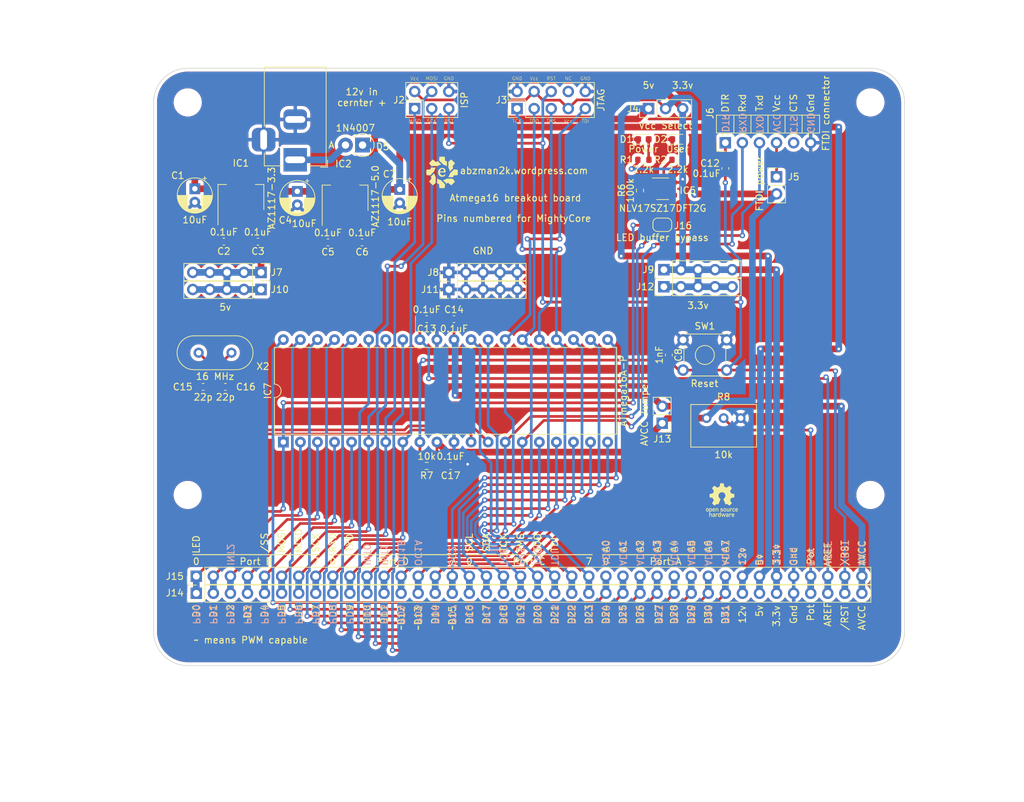
<source format=kicad_pcb>
(kicad_pcb (version 20211014) (generator pcbnew)
  (layers (0 "F.Cu" signal) (31 "B.Cu" signal) (34 "B.Paste" user) (35 "F.Paste" user) (36 "B.SilkS" user "B.Silkscreen") (37 "F.SilkS" user "F.Silkscreen") (38 "B.Mask" user) (39 "F.Mask" user) (44 "Edge.Cuts" user))
  (net 0 "")
  (net 1 "+3V3")
  (net 2 "GND")
  (net 3 "+5V")
  (net 4 "+12V")
  (net 5 "{slash}RST")
  (net 6 "Net-(C12-Pad2)")
  (net 7 "AREF")
  (net 8 "VCC")
  (net 9 "Net-(C15-Pad1)")
  (net 10 "Net-(C16-Pad1)")
  (net 11 "Net-(D1-Pad2)")
  (net 12 "Net-(D2-Pad2)")
  (net 13 "Net-(D5-Pad2)")
  (net 14 "PB0")
  (net 15 "PD7")
  (net 16 "PB1")
  (net 17 "PC0")
  (net 18 "PB2")
  (net 19 "PC1")
  (net 20 "PB3")
  (net 21 "PC2")
  (net 22 "PB4")
  (net 23 "PC3")
  (net 24 "PB5")
  (net 25 "PC4")
  (net 26 "PB6")
  (net 27 "PC5")
  (net 28 "PB7")
  (net 29 "PC6")
  (net 30 "PC7")
  (net 31 "AVCC")
  (net 32 "PA7")
  (net 33 "PD0")
  (net 34 "PA6")
  (net 35 "PD1")
  (net 36 "PA5")
  (net 37 "PD2")
  (net 38 "PA4")
  (net 39 "PD3")
  (net 40 "PA3")
  (net 41 "PD4")
  (net 42 "PA2")
  (net 43 "PD5")
  (net 44 "PA1")
  (net 45 "PD6")
  (net 46 "PA0")
  (net 48 "Net-(J5-Pad1)")
  (net 50 "Pot")
  (net 51 "Net-(IC5-Pad4)")
  (footprint "Package_DIP:DIP-40_W15.24mm" (layer "F.Cu") (at 70.109 96.271 90)
    (fp_text reference "IC7")
    (fp_text value "ATmega16A-P")
  )
  (footprint "Capacitor_SMD:C_0603_1608Metric" (layer "F.Cu") (at 91.445 77.983 180)
    (fp_text reference "C13")
    (fp_text value "0.1uF")
  )
  (footprint "Connector_PinHeader_2.54mm:PinHeader_2x03_P2.54mm_Vertical" (layer "F.Cu") (at 89.657 46.64 90)
    (fp_text reference "J2")
    (fp_text value "ISP")
  )
  (footprint "Connector_PinHeader_2.54mm:PinHeader_1x03_P2.54mm_Vertical" (layer "F.Cu") (at 124.46 46.64 90)
    (fp_text reference "J4")
    (fp_text value "Vcc Select")
  )
  (footprint "Capacitor_SMD:C_0603_1608Metric" (layer "F.Cu") (at 61.2535 66.446 180)
    (fp_text reference "C2")
    (fp_text value "0.1uF")
  )
  (footprint "Capacitor_THT:CP_Radial_D5.0mm_P2.00mm" (layer "F.Cu") (at 72.1895 58.96 -90)
    (fp_text reference "C4")
    (fp_text value "10uF")
  )
  (footprint "Resistor_SMD:R_0603_1608Metric" (layer "F.Cu") (at 91.445 99.827 180)
    (fp_text reference "R7")
    (fp_text value "10k")
  )
  (footprint "Crystal:Crystal_HC49-U_Vertical" (layer "F.Cu") (at 57.507 82.9795)
    (fp_text reference "X2")
    (fp_text value "16 MHz")
  )
  (footprint "Capacitor_SMD:C_0603_1608Metric" (layer "F.Cu") (at 81.8285 66.548 180)
    (fp_text reference "C6")
    (fp_text value "0.1uF")
  )
  (footprint "Capacitor_SMD:C_0603_1608Metric" (layer "F.Cu") (at 66.3335 66.446 180)
    (fp_text reference "C3")
    (fp_text value "0.1uF")
  )
  (footprint "Resistor_SMD:R_0603_1608Metric" (layer "F.Cu") (at 128.773 54.26)
    (fp_text reference "R2")
    (fp_text value "2.2k")
  )
  (footprint "Connector_PinHeader_2.54mm:PinHeader_1x02_P2.54mm_Vertical" (layer "F.Cu") (at 126.492 93.477 180)
    (fp_text reference "J13")
    (fp_text value "AVCC Jumper")
  )
  (footprint "MountingHole:MountingHole_3.2mm_M3" (layer "F.Cu") (at 55.88 104.14)
    (fp_text reference "REF**" hide)
    (fp_text value "MountingHole_3.2mm_M3")
  )
  (footprint "Capacitor_SMD:C_0603_1608Metric" (layer "F.Cu") (at 61.481 88.0595)
    (fp_text reference "C16")
    (fp_text value "22p")
  )
  (footprint "Evan's misc parts:OSHW gear" (layer "F.Cu") (at 135.382 104.902)
    (fp_text reference "G***" hide)
    (fp_text value "LOGO" hide)
  )
  (footprint "Connector_PinHeader_2.54mm:PinHeader_1x05_P2.54mm_Vertical" (layer "F.Cu") (at 66.787 73.564 -90)
    (fp_text reference "J10")
    (fp_text value "Conn_01x05")
  )
  (footprint "Connector_PinHeader_2.54mm:PinHeader_1x05_P2.54mm_Vertical" (layer "F.Cu") (at 126.741 73.1545 90)
    (fp_text reference "J12")
    (fp_text value "Conn_01x05")
  )
  (footprint "Connector_PinHeader_2.54mm:PinHeader_1x05_P2.54mm_Vertical" (layer "F.Cu") (at 94.742 73.564 90)
    (fp_text reference "J11")
    (fp_text value "Conn_01x05")
  )
  (footprint "MountingHole:MountingHole_3.2mm_M3" (layer "F.Cu") (at 157.48 104.14)
    (fp_text reference "REF**" hide)
    (fp_text value "MountingHole_3.2mm_M3")
  )
  (footprint "Capacitor_THT:CP_Radial_D5.0mm_P2.00mm" (layer "F.Cu") (at 87.4295 58.674 -90)
    (fp_text reference "C7")
    (fp_text value "10uF")
  )
  (footprint "Capacitor_SMD:C_0603_1608Metric" (layer "F.Cu") (at 127.4826 83.312 -90)
    (fp_text reference "C8")
    (fp_text value "1nF")
  )
  (footprint "Connector_PinHeader_2.54mm:PinHeader_1x05_P2.54mm_Vertical" (layer "F.Cu") (at 94.742 71.024 90)
    (fp_text reference "J8")
    (fp_text value "Conn_01x05")
  )
  (footprint "Connector_PinHeader_2.54mm:PinHeader_1x02_P2.54mm_Vertical" (layer "F.Cu") (at 143.51 56.8)
    (fp_text reference "J5")
    (fp_text value "FTDI power")
  )
  (footprint "Capacitor_THT:CP_Radial_D5.0mm_P2.00mm" (layer "F.Cu") (at 56.9355 58.572 -90)
    (fp_text reference "C1")
    (fp_text value "10uF")
  )
  (footprint "Connector_PinHeader_2.54mm:PinHeader_1x05_P2.54mm_Vertical" (layer "F.Cu") (at 126.746 70.6145 90)
    (fp_text reference "J9")
    (fp_text value "Conn_01x05")
  )
  (footprint "Diode_THT:D_DO-41_SOD81_P2.54mm_Vertical_AnodeUp" (layer "F.Cu") (at 81.897266 52.07 180)
    (fp_text reference "D5")
    (fp_text value "1N4007")
  )
  (footprint "Connector_PinHeader_2.54mm:PinHeader_2x05_P2.54mm_Vertical" (layer "F.Cu") (at 104.897 46.64 90)
    (fp_text reference "J3")
    (fp_text value "JTAG")
  )
  (footprint "Capacitor_SMD:C_0603_1608Metric" (layer "F.Cu") (at 95.509 77.983)
    (fp_text reference "C14")
    (fp_text value "0.1uF")
  )
  (footprint "Potentiometer_THT:Potentiometer_Bourns_3299W_Vertical" (layer "F.Cu") (at 138.176 92.71)
    (fp_text reference "R8")
    (fp_text value "10k")
  )
  (footprint "MountingHole:MountingHole_3.2mm_M3" (layer "F.Cu") (at 157.48 45.72)
    (fp_text reference "REF**" hide)
    (fp_text value "MountingHole_3.2mm_M3")
  )
  (footprint "Package_TO_SOT_SMD:SOT-223-3_TabPin2" (layer "F.Cu") (at 79.3015 59.944 90)
    (fp_text reference "IC2")
    (fp_text value "AZ1117-5.0")
  )
  (footprint "Connector_BarrelJack:BarrelJack_Horizontal" (layer "F.Cu") (at 71.877 54.26 -90)
    (fp_text reference "J1" hide)
    (fp_text value "Barrel_Jack_Switch")
  )
  (footprint "Capacitor_SMD:C_0603_1608Metric" (layer "F.Cu") (at 135.89 55.543 90)
    (fp_text reference "C12")
    (fp_text value "0.1uF")
  )
  (footprint "Connector_PinHeader_2.54mm:PinHeader_1x06_P2.54mm_Horizontal" (layer "F.Cu") (at 135.89 51.72 90)
    (fp_text reference "J6")
    (fp_text value "FTDI connector")
  )
  (footprint "Button_Switch_THT:SW_TH_Tactile_Omron_B3F-10xx" (layer "F.Cu") (at 129.592 81.062)
    (fp_text reference "SW1")
    (fp_text value "Reset")
  )
  (footprint "Jumper:SolderJumper-2_P1.3mm_Open_RoundedPad1.0x1.5mm" (layer "F.Cu") (at 126.5124 63.9374)
    (fp_text reference "J16")
    (fp_text value "LED buffer bypass")
  )
  (footprint "Connector_PinHeader_2.54mm:PinHeader_1x40_P2.54mm_Vertical" (layer "F.Cu") (at 57.155 118.776 90)
    (fp_text reference "J14")
    (fp_text value "Conn_01x40")
  )
  (footprint "Package_TO_SOT_SMD:SOT-223-3_TabPin2" (layer "F.Cu") (at 63.7935 59.842 90)
    (fp_text reference "IC1")
    (fp_text value "AZ1117-3.3")
  )
  (footprint "Package_TO_SOT_SMD:SOT-23-5_HandSoldering" (layer "F.Cu") (at 126.5632 58.578)
    (fp_text reference "IC5")
    (fp_text value "NLV17SZ17DFT2G")
  )
  (footprint "Resistor_SMD:R_0603_1608Metric" (layer "F.Cu") (at 123.185 58.832 -90)
    (fp_text reference "R6")
    (fp_text value "100k")
  )
  (footprint "Capacitor_SMD:C_0603_1608Metric" (layer "F.Cu") (at 76.7485 66.548 180)
    (fp_text reference "C5")
    (fp_text value "0.1uF")
  )
  (footprint "Connector_PinHeader_2.54mm:PinHeader_1x05_P2.54mm_Vertical" (layer "F.Cu") (at 66.792 71.024 -90)
    (fp_text reference "J7")
    (fp_text value "Conn_01x05")
  )
  (footprint "Evan's misc parts:Evan Logo" (layer "F.Cu") (at 93.726 56.134)
    (fp_text reference "G***" hide)
    (fp_text value "LOGO" hide)
  )
  (footprint "Capacitor_SMD:C_0603_1608Metric" (layer "F.Cu") (at 58.179 88.0595 180)
    (fp_text reference "C15")
    (fp_text value "22p")
  )
  (footprint "Connector_PinHeader_2.54mm:PinHeader_1x40_P2.54mm_Vertical" (layer "F.Cu") (at 57.155 116.236 90)
    (fp_text reference "J15")
    (fp_text value "Conn_01x40")
  )
  (footprint "MountingHole:MountingHole_3.2mm_M3" (layer "F.Cu") (at 55.88 45.72)
    (fp_text reference "REF**" hide)
    (fp_text value "MountingHole_3.2mm_M3")
  )
  (footprint "Capacitor_SMD:C_0603_1608Metric" (layer "F.Cu") (at 95.001 99.827 180)
    (fp_text reference "C17")
    (fp_text value "0.1uF")
  )
  (footprint "Resistor_SMD:R_0603_1608Metric" (layer "F.Cu") (at 123.693 54.26)
    (fp_text reference "R1")
    (fp_text value "2.2k")
  )
  (footprint "LED_SMD:LED_0603_1608Metric" (layer "F.Cu") (at 123.693 51.212)
    (fp_text reference "D1")
    (fp_text value "Power")
  )
  (footprint "LED_SMD:LED_0603_1608Metric" (layer "F.Cu") (at 128.773 51.212)
    (fp_text reference "D2")
    (fp_text value "User")
  )
  (gr_line (start 136.398 113.03) (end 117.602 113.03) (layer "F.SilkS") (width 0.15))
  (gr_line (start 116.078 113.03) (end 97.282 113.03) (layer "F.SilkS") (width 0.15))
  (gr_line (start 75.438 113.03) (end 56.642 113.03) (layer "F.SilkS") (width 0.15))
  (gr_line (start 95.758 113.03) (end 76.962 113.03) (layer "F.SilkS") (width 0.15))
  (gr_line (start 162.56 45.72) (end 162.56 124.46) (layer "Edge.Cuts") (width 0.1))
  (gr_arc (start 162.56 124.46) (mid 161.072102 128.052102) (end 157.48 129.54) (layer "Edge.Cuts") (width 0.1))
  (gr_arc (start 157.48 40.64) (mid 161.072102 42.127898) (end 162.56 45.72) (layer "Edge.Cuts") (width 0.1))
  (gr_arc (start 55.88 129.54) (mid 52.287898 128.052102) (end 50.8 124.46) (layer "Edge.Cuts") (width 0.1))
  (gr_line (start 55.88 40.64) (end 157.48 40.64) (layer "Edge.Cuts") (width 0.1))
  (gr_line (start 50.8 124.46) (end 50.8 124.206) (layer "Edge.Cuts") (width 0.1))
  (gr_line (start 50.8 124.206) (end 50.8 45.72) (layer "Edge.Cuts") (width 0.1))
  (gr_arc (start 50.8 45.72) (mid 52.287898 42.127898) (end 55.88 40.64) (layer "Edge.Cuts") (width 0.1))
  (gr_line (start 157.48 129.54) (end 55.88 129.54) (layer "Edge.Cuts") (width 0.1))
  (gr_text "ADC6" (at 133.35 112.776 270) (layer "B.SilkS") (effects (font (size 1 1)) (justify mirror)))
  (gr_text "PC0" (at 97.79 121.92 270) (layer "B.SilkS") (effects (font (size 1 1)) (justify mirror)))
  (gr_text "PB7" (at 74.93 121.92 270) (layer "B.SilkS") (effects (font (size 1 1)) (justify mirror)))
  (gr_text "PA0" (at 118.11 121.92 270) (layer "B.SilkS") (effects (font (size 1 1)) (justify mirror)))
  (gr_text "PA7" (at 135.89 121.92 270) (layer "B.SilkS") (effects (font (size 1 1)) (justify mirror)))
  (gr_text "PC5" (at 110.49 121.92 270) (layer "B.SilkS") (effects (font (size 1 1)) (justify mirror)))
  (gr_text "5v" (at 140.97 113.792 270) (layer "B.SilkS") (effects (font (size 1 1)) (justify mirror)))
  (gr_text "RXD" (at 138.43 48.768 270) (layer "B.SilkS") (effects (font (size 1 1)) (justify mirror)))
  (gr_text "PD1" (at 80.01 121.92 270) (layer "B.SilkS") (effects (font (size 1 1)) (justify mirror)))
  (gr_text "ADC1" (at 120.65 112.776 270) (layer "B.SilkS") (effects (font (size 1 1)) (justify mirror)))
  (gr_text "PA6" (at 133.35 121.92 270) (layer "B.SilkS") (effects (font (size 1 1)) (justify mirror)))
  (gr_text "PB0" (at 57.15 121.92 270) (layer "B.SilkS") (effects (font (size 1 1)) (justify mirror)))
  (gr_text "PC6" (at 113.03 121.92 270) (layer "B.SilkS") (effects (font (size 1 1)) (justify mirror)))
  (gr_text "/RST" (at 153.67 112.776 270) (layer "B.SilkS") (effects (font (size 1 1)) (justify mirror)))
  (gr_text "PB4" (at 67.31 121.92 270) (layer "B.SilkS") (effects (font (size 1 1)) (justify mirror)))
  (gr_text "PC3" (at 105.41 121.92 270) (layer "B.SilkS") (effects (font (size 1 1)) (justify mirror)))
  (gr_text "ADC3" (at 125.73 112.776 270) (layer "B.SilkS") (effects (font (size 1 1)) (justify mirror)))
  (gr_text "AVCC" (at 156.21 112.776 270) (layer "B.SilkS") (effects (font (size 1 1)) (justify mirror)))
  (gr_text "PA2" (at 123.19 121.92 270) (layer "B.SilkS") (effects (font (size 1 1)) (justify mirror)))
  (gr_text "AREF" (at 151.13 112.776 270) (layer "B.SilkS") (effects (font (size 1 1)) (justify mirror)))
  (gr_text "OC2" (at 95.25 113.284 270) (layer "B.SilkS") (effects (font (size 1 1)) (justify mirror)))
  (gr_text "TMS" (at 105.41 113.284 270) (layer "B.SilkS") (effects (font (size 1 1)) (justify mirror)))
  (gr_text "PD0" (at 77.47 121.92 270) (layer "B.SilkS") (effects (font (size 1 1)) (justify mirror)))
  (gr_text "PD6" (at 92.71 121.92 270) (layer "B.SilkS") (effects (font (size 1 1)) (justify mirror)))
  (gr_text "GND" (at 148.59 48.768 270) (layer "B.SilkS") (effects (font (size 1 1)) (justify mirror)))
  (gr_text "PD3" (at 85.09 121.92 270) (layer "B.SilkS") (effects (font (size 1 1)) (justify mirror)))
  (gr_text "Pot" (at 148.59 113.538 270) (layer "B.SilkS") (effects (font (size 1 1)) (justify mirror)))
  (gr_text "PC7" (at 115.57 121.92 270) (layer "B.SilkS") (effects (font (size 1 1)) (justify mirror)))
  (gr_text "PA4" (at 128.27 121.92 270) (layer "B.SilkS") (effects (font (size 1 1)) (justify mirror)))
  (gr_text "ADC4" (at 128.27 112.776 270) (layer "B.SilkS") (effects (font (size 1 1)) (justify mirror)))
  (gr_text "ADC5" (at 130.81 112.776 270) (layer "B.SilkS") (effects (font (size 1 1)) (justify mirror)))
  (gr_text "PD4" (at 87.63 121.92 270) (layer "B.SilkS") (effects (font (size 1 1)) (justify mirror)))
  (gr_text "PD2" (at 82.55 121.92 270) (layer "B.SilkS") (effects (font (size 1 1)) (justify mirror)))
  (gr_text "ADC0" (at 118.11 112.776 270) (layer "B.SilkS") (effects (font (size 1 1)) (justify mirror)))
  (gr_text "3.3v" (at 143.51 113.03 270) (layer "B.SilkS") (effects (font (size 1 1)) (justify mirror)))
  (gr_text "12v" (at 138.43 113.284 270) (layer "B.SilkS") (effects (font (size 1 1)) (justify mirror)))
  (gr_text "PB3" (at 64.77 121.92 270) (layer "B.SilkS") (effects (font (size 1 1)) (justify mirror)))
  (gr_text "PC4" (at 107.95 121.92 270) (layer "B.SilkS") (effects (font (size 1 1)) (justify mirror)))
  (gr_text "PA1" (at 120.65 121.92 270) (layer "B.SilkS") (effects (font (size 1 1)) (justify mirror)))
  (gr_text "PA5" (at 130.81 121.92 270) (layer "B.SilkS") (effects (font (size 1 1)) (justify mirror)))
  (gr_text "DTR" (at 135.89 48.768 270) (layer "B.SilkS") (effects (font (size 1 1)) (justify mirror)))
  (gr_text "PC2" (at 102.87 121.92 270) (layer "B.SilkS") (effects (font (size 1 1)) (justify mirror)))
  (gr_text "PB1" (at 59.69 121.92 -90) (layer "B.SilkS") (effects (font (size 1 1)) (justify mirror)))
  (gr_text "PC1" (at 100.33 121.92 270) (layer "B.SilkS") (effects (font (size 1 1)) (justify mirror)))
  (gr_text "TDO" (at 107.95 113.284 270) (layer "B.SilkS") (effects (font (size 1 1)) (justify mirror)))
  (gr_text "ADC2" (at 123.19 112.776 270) (layer "B.SilkS") (effects (font (size 1 1)) (justify mirror)))
  (gr_text "INT2" (at 62.23 113.03 270) (layer "B.SilkS") (effects (font (size 1 1)) (justify mirror)))
  (gr_text "PD5" (at 90.17 121.92 270) (layer "B.SilkS") (effects (font (size 1 1)) (justify mirror)))
  (gr_text "PB5" (at 69.85 121.92 270) (layer "B.SilkS") (effects (font (size 1 1)) (justify mirror)))
  (gr_text "INT1" (at 85.09 113.03 270) (layer "B.SilkS") (effects (font (size 1 1)) (justify mirror)))
  (gr_text "PD7" (at 95.25 121.92 270) (layer "B.SilkS") (effects (font (size 1 1)) (justify mirror)))
  (gr_text "Gnd" (at 146.05 113.284 270) (layer "B.SilkS") (effects (font (size 1 1)) (justify mirror)))
  (gr_text "OC1B" (at 87.63 112.776 270) (layer "B.SilkS") (effects (font (size 1 1)) (justify mirror)))
  (gr_text "INT0" (at 82.55 113.03 270) (layer "B.SilkS") (effects (font (size 1 1)) (justify mirror)))
  (gr_text "TDI" (at 110.49 113.538 270) (layer "B.SilkS") (effects (font (size 1 1)) (justify mirror)))
  (gr_text "OC1A" (at 90.17 112.776 270) (layer "B.SilkS") (effects (font (size 1 1)) (justify mirror)))
  (gr_text "PA3" (at 125.984 121.92 270) (layer "B.SilkS") (effects (font (size 1 1)) (justify mirror)))
  (gr_text "TXD" (at 140.97 49.022 270) (layer "B.SilkS") (effects (font (size 1 1)) (justify mirror)))
  (gr_text "CTS" (at 146.05 49.022 270) (layer "B.SilkS") (effects (font (size 1 1)) (justify mirror)))
  (gr_text "VCC" (at 143.51 48.768 270) (layer "B.SilkS") (effects (font (size 1 1)) (justify mirror)))
  (gr_text "PB6" (at 72.39 121.92 270) (layer "B.SilkS") (effects (font (size 1 1)) (justify mirror)))
  (gr_text "PB2" (at 62.23 121.92 270) (layer "B.SilkS") (effects (font (size 1 1)) (justify mirror)))
  (gr_text "TCK" (at 102.87 113.284 270) (layer "B.SilkS") (effects (font (size 1 1)) (justify mirror)))
  (gr_text "ADC7" (at 135.89 112.776 270) (layer "B.SilkS") (effects (font (size 1 1)) (justify mirror)))
  (gr_text "Gnd" (at 148.59 45.821 90) (layer "F.SilkS") (effects (font (size 1 1))))
  (gr_text "D27" (at 125.984 121.92 90) (layer "F.SilkS") (effects (font (size 1 1))))
  (gr_text "TDI" (at 115.062 48.514) (layer "F.SilkS") (effects (font (size 0.5 0.5) (thickness 0.05))))
  (gr_text "Port B" (at 66.04 114.046) (layer "F.SilkS") (effects (font (size 1 1))))
  (gr_text "0" (at 118.11 114.046) (layer "F.SilkS") (effects (font (size 1 1))))
  (gr_text "TDO" (at 107.442 48.514) (layer "F.SilkS") (effects (font (size 0.5 0.5) (thickness 0.05))))
  (gr_text "AREF" (at 151.13 113.03 90) (layer "F.SilkS") (effects (font (size 1 1))))
  (gr_text "D30" (at 133.35 121.92 90) (layer "F.SilkS") (effects (font (size 1 1))))
  (gr_text "Gnd" (at 146.05 121.92 90) (layer "F.SilkS") (effects (font (size 1 1))))
  (gr_text "CTS" (at 146.05 45.821 90) (layer "F.SilkS") (effects (font (size 1 1))))
  (gr_text "/RST" (at 153.67 122.428 90) (layer "F.SilkS") (effects (font (size 1 1))))
  (gr_text "3.3v" (at 143.51 122.174 90) (layer "F.SilkS") (effects (font (size 1 1))))
  (gr_text "MOSI" (at 92.202 42.164) (layer "F.SilkS") (effects (font (size 0.5 0.5) (thickness 0.05))))
  (gr_text "TCK" (at 104.897 48.514) (layer "F.SilkS") (effects (font (size 0.5 0.5) (thickness 0.05))))
  (gr_text "MISO" (at 89.662 48.514) (layer "F.SilkS") (effects (font (size 0.5 0.5) (thickness 0.05))))
  (gr_text "Port C" (at 106.68 114.046) (layer "F.SilkS") (effects (font (size 1 1))))
  (gr_text "A0" (at 118.11 111.76 90) (layer "F.SilkS") (effects (font (size 1 1))))
  (gr_text "Vcc" (at 89.662 42.164) (layer "F.SilkS") (effects (font (size 0.5 0.5) (thickness 0.05))))
  (gr_text "Txd" (at 140.97 45.821 90) (layer "F.SilkS") (effects (font (size 1 1))))
  (gr_text "D7" (at 74.93 121.412 90) (layer "F.SilkS") (effects (font (size 1 1))))
  (gr_text "DTR" (at 135.89 45.821 90) (layer "F.SilkS") (effects (font (size 1 1))))
  (gr_text "SCK" (at 92.202 48.514) (layer "F.SilkS") (effects (font (size 0.5 0.5) (thickness 0.05))))
  (gr_text "0" (at 77.47 114.046) (layer "F.SilkS") (effects (font (size 1 1))))
  (gr_text "SDA" (at 100.33 111.252 90) (layer "F.SilkS") (effects (font (size 1 1))))
  (gr_text "D16" (at 97.79 121.92 90) (layer "F.SilkS") (effects (font (size 1 1))))
  (gr_text "5v" (at 140.97 121.412 90) (layer "F.SilkS") (effects (font (size 1 1))))
  (gr_text "TMS" (at 109.982 48.514) (layer "F.SilkS") (effects (font (size 0.5 0.5) (thickness 0.05))))
  (gr_text "12v" (at 138.43 113.284 90) (layer "F.SilkS") (effects (font (size 1 1))))
  (gr_text "TMS" (at 105.41 111.252 90) (layer "F.SilkS") (effects (font (size 1 1))))
  (gr_text "A6" (at 133.35 111.76 90) (layer "F.SilkS") (effects (font (size 1 1))))
  (gr_text "12v in\ncernter +" (at 81.788 44.958) (layer "F.SilkS") (effects (font (size 1 1))))
  (gr_text "7" (at 74.93 114.046) (layer "F.SilkS") (effects (font (size 1 1))))
  (gr_text "3.3v" (at 129.54 43.18) (layer "F.SilkS") (effects (font (size 1 1))))
  (gr_text "7" (at 135.89 114.046) (layer "F.SilkS") (effects (font (size 1 1))))
  (gr_text "D26" (at 123.19 121.92 90) (layer "F.SilkS") (effects (font (size 1 1))))
  (gr_text "Pot" (at 148.59 121.666 90) (layer "F.SilkS") (effects (font (size 1 1))))
  (gr_text "AVCC" (at 156.21 112.776 90) (layer "F.SilkS") (effects (font (size 1 1))))
  (gr_text "5v" (at 124.46 43.18) (layer "F.SilkS") (effects (font (size 1 1))))
  (gr_text "LED" (at 57.15 111.506 90) (layer "F.SilkS") (effects (font (size 1 1))))
  (gr_text "D24" (at 118.11 121.92 90) (layer "F.SilkS") (effects (font (size 1 1))))
  (gr_text "Pins numbered for MightyCore" (at 104.394 62.992) (layer "F.SilkS") (effects (font (size 1 1))))
  (gr_text "D29" (at 130.81 121.92 90) (layer "F.SilkS") (effects (font (size 1 1))))
  (gr_text "A4" (at 128.27 111.76 90) (layer "F.SilkS") (effects (font (size 1 1))))
  (gr_text "D23" (at 115.57 121.92 90) (layer "F.SilkS") (effects (font (size 1 1))))
  (gr_text "GND" (at 104.902 42.164) (layer "F.SilkS") (effects (font (size 0.5 0.5) (thickness 0.05))))
  (gr_text "D14" (at 92.71 121.92 90) (layer "F.SilkS") (effects (font (size 1 1))))
  (gr_text "D31" (at 135.89 121.92 90) (layer "F.SilkS") (effects (font (size 1 1))))
  (gr_text "A1" (at 120.65 111.76 90) (layer "F.SilkS") (effects (font (size 1 1))))
  (gr_text "AVCC" (at 156.21 122.428 90) (layer "F.SilkS") (effects (font (size 1 1))))
  (gr_text "D18" (at 102.87 121.92 90) (layer "F.SilkS") (effects (font (size 1 1))))
  (gr_text "3.3v" (at 131.826 75.946) (layer "F.SilkS") (effects (font (size 1 1))))
  (gr_text "D10" (at 82.55 121.92 90) (layer "F.SilkS") (effects (font (size 1 1))))
  (gr_text "D8" (at 77.47 121.412 90) (layer "F.SilkS") (effects (font (size 1 1))))
  (gr_text "TDI" (at 110.49 111.506 90) (layer "F.SilkS") (effects (font (size 1 1))))
  (gr_text "D9" (at 80.01 121.412 90) (layer "F.SilkS") (effects (font (size 1 1))))
  (gr_text "D19" (at 105.41 121.92 90) (layer "F.SilkS") (effects (font (size 1 1))))
  (gr_text "AREF" (at 151.13 121.92 90) (layer "F.SilkS") (effects (font (size 1 1))))
  (gr_text "D17" (at 100.33 121.92 90) (layer "F.SilkS") (effects (font (size 1 1))))
  (gr_text "TXD" (at 80.01 111.252 90) (layer "F.SilkS") (effects (font (size 1 1))))
  (gr_text "~D3" (at 64.77 121.92 90) (layer "F.SilkS") (effects (font (size 1 1))))
  (gr_text "D6" (at 72.39 121.412 90) (layer "F.SilkS") (effects (font (size 1 1))))
  (gr_text "A7" (at 135.89 111.76 90) (layer "F.SilkS") (effects (font (size 1 1))))
  (gr_text "~D15" (at 95.25 122.428 90) (layer "F.SilkS") (effects (font (size 1 1))))
  (gr_text "D1" (at 59.69 121.412 90) (layer "F.SilkS") (effects (font (size 1 1))))
  (gr_text "GND" (at 99.822 67.818) (layer "F.SilkS") (effects (font (size 1 1))))
  (gr_text "RST" (at 94.742 48.514) (layer "F.SilkS") (effects (font (size 0.5 0.5) (thickness 0.05))))
  (gr_text "D4" (at 67.31 121.412 90) (layer "F.SilkS") (effects (font (size 1 1))))
  (gr_text "~ means PWM capable" (at 65.278 125.73) (layer "F.SilkS") (effects (font (size 1 1))))
  (gr_text "Gnd" (at 146.05 113.284 90) (layer "F.SilkS") (effects (font (size 1 1))))
  (gr_text "Atmega16 breakout board" (at 104.648 59.944) (layer "F.SilkS") (effects (font (size 1 1))))
  (gr_text "GND" (at 115.062 42.164) (layer "F.SilkS") (effects (font (size 0.5 0.5) (thickness 0.05))))
  (gr_text "TDO" (at 107.95 111.252 90) (layer "F.SilkS") (effects (font (size 1 1))))
  (gr_text "D25" (at 120.65 121.92 90) (layer "F.SilkS") (effects (font (size 1 1))))
  (gr_text "TCK" (at 102.87 111.252 90) (layer "F.SilkS") (effects (font (size 1 1))))
  (gr_text "A3" (at 125.73 111.76 90) (layer "F.SilkS") (effects (font (size 1 1))))
  (gr_text "NC" (at 112.522 42.164) (layer "F.SilkS") (effects (font (size 0.5 0.5) (thickness 0.05))))
  (gr_text "Vcc" (at 107.442 42.164) (layer "F.SilkS") (effects (font (size 0.5 0.5) (thickness 0.05))))
  (gr_text "A5" (at 130.81 111.76 90) (layer "F.SilkS") (effects (font (size 1 1))))
  (gr_text "RST" (at 109.982 42.164) (layer "F.SilkS") (effects (font (size 0.5 0.5) (thickness 0.05))))
  (gr_text "7" (at 95.25 114.046) (layer "F.SilkS") (effects (font (size 1 1))))
  (gr_text "7" (at 115.57 114.046) (layer "F.SilkS") (effects (font (size 1 1))))
  (gr_text "MOSI" (at 69.85 110.998 90) (layer "F.SilkS") (effects (font (size 1 1))))
  (gr_text "D21" (at 110.49 121.92 90) (layer "F.SilkS") (effects (font (size 1 1))))
  (gr_text "D20" (at 107.95 121.92 90) (layer "F.SilkS") (effects (font (size 1 1))))
  (gr_text "5v" (at 61.468 76.2) (layer "F.SilkS") (effects (font (size 1 1))))
  (gr_text "D5" (at 69.85 121.412 90) (layer "F.SilkS") (effects (font (size 1 1))))
  (gr_text "Rxd" (at 138.43 45.821 90) (layer "F.SilkS") (effects (font (size 1 1))))
  (gr_text "0" (at 97.79 114.046) (layer "F.SilkS") (effects (font (size 1 1))))
  (gr_text "GND" (at 94.742 42.164) (layer "F.SilkS") (effects (font (size 0.5 0.5) (thickness 0.05))))
  (gr_text "5v" (at 140.97 113.792 90) (layer "F.SilkS") (effects (font (size 1 1))))
  (gr_text "D22" (at 113.03 121.92 90) (layer "F.SilkS") (effects (font (size 1 1))))
  (gr_text "3.3v" (at 143.51 113.03 90) (layer "F.SilkS") (effects (font (size 1 1))))
  (gr_text "Port A" (at 127 114.046) (layer "F.SilkS") (effects (font (size 1 1))))
  (gr_text "abzman2k.wordpress.com" (at 105.918 55.88) (layer "F.SilkS") (effects (font (size 1 1))))
  (gr_text "D2" (at 62.23 121.412 90) (layer "F.SilkS") (effects (font (size 1 1))))
  (gr_text "RXD" (at 77.47 111.252 90) (layer "F.SilkS") (effects (font (size 1 1))))
  (gr_text "Port D" (at 86.36 114.046) (layer "F.SilkS") (effects (font (size 1 1))))
  (gr_text "Vcc" (at 112.522 48.514) (layer "F.SilkS") (effects (font (size 0.5 0.5) (thickness 0.05))))
  (gr_text "D0" (at 57.15 121.412 90) (layer "F.SilkS") (effects (font (size 1 1))))
  (gr_text "Pot" (at 148.59 113.284 90) (layer "F.SilkS") (effects (font (size 1 1))))
  (gr_text "/RST" (at 153.67 112.776 90) (layer "F.SilkS") (effects (font (size 1 1))))
  (gr_text "SCK" (at 74.93 111.252 90) (layer "F.SilkS") (effects (font (size 1 1))))
  (gr_text "12v" (at 138.43 121.92 90) (layer "F.SilkS") (effects (font (size 1 1))))
  (gr_text "0" (at 57.15 114.046) (layer "F.SilkS") (effects (font (size 1 1))))
  (gr_text "D11" (at 85.09 121.92 90) (layer "F.SilkS") (effects (font (size 1 1))))
  (gr_text "~D13" (at 90.17 122.428 90) (layer "F.SilkS") (effects (font (size 1 1))))
  (gr_text "A2" (at 123.19 111.76 90) (layer "F.SilkS") (effects (font (size 1 1))))
  (gr_text "SCL" (at 97.79 111.252 90) (layer "F.SilkS") (effects (font (size 1 1))))
  (gr_text "~D12" (at 87.63 122.428 90) (layer "F.SilkS") (effects (font (size 1 1))))
  (gr_text "/SS" (at 67.31 111.252 90) (layer "F.SilkS") (effects (font (size 1 1))))
  (gr_text "Vcc" (at 143.51 45.821 90) (layer "F.SilkS") (effects (font (size 1 1))))
  (gr_text "D28" (at 128.27 121.92 90) (layer "F.SilkS") (effects (font (size 1 1))))
  (gr_text "MISO" (at 72.39 110.998 90) (layer "F.SilkS") (effects (font (size 1 1))))
  (segment (start 122.868 54.26) (end 122.868 54.678) (width 0.4) (layer "F.Cu") (net 1))
  (segment (start 143.515 70.617) (end 136.9085 70.617) (width 1) (layer "F.Cu") (net 1))
  (segment (start 129.062 57.628) (end 129.54 57.15) (width 0.4) (layer "F.Cu") (net 1))
  (segment (start 71.2895 42.418) (end 125.318 42.418) (width 1) (layer "F.Cu") (net 1))
  (segment (start 56.9355 58.572) (end 63.731 58.572) (width 1) (layer "F.Cu") (net 1))
  (segment (start 63.7935 62.992) (end 63.7935 64.681) (width 1) (layer "F.Cu") (net 1))
  (segment (start 136.9085 70.617) (end 136.906 70.6145) (width 1) (layer "F.Cu") (net 1))
  (segment (start 56.9355 56.772) (end 71.2895 42.418) (width 1) (layer "F.Cu") (net 1))
  (segment (start 127.9132 57.628) (end 129.062 57.628) (width 0.4) (layer "F.Cu") (net 1))
  (segment (start 63.7935 64.681) (end 62.0285 66.446) (width 1) (layer "F.Cu") (net 1))
  (segment (start 63.7935 56.692) (end 63.7935 58.6345) (width 1) (layer "F.Cu") (net 1))
  (segment (start 63.7935 58.6345) (end 63.7935 62.992) (width 1) (layer "F.Cu") (net 1))
  (segment (start 125.318 42.418) (end 129.54 46.64) (width 1) (layer "F.Cu") (net 1))
  (segment (start 56.9355 58.572) (end 56.9355 56.772) (width 1) (layer "F.Cu") (net 1))
  (segment (start 63.731 58.572) (end 63.7935 58.6345) (width 1) (layer "F.Cu") (net 1))
  (segment (start 122.868 54.678) (end 121.92 55.626) (width 0.4) (layer "F.Cu") (net 1))
  (via (at 143.515 70.617) (size 0.8) (drill 0.4) (layers "F.Cu" "B.Cu") (net 1))
  (via (at 121.92 55.626) (size 0.8) (drill 0.4) (layers "F.Cu" "B.Cu") (net 1))
  (via (at 129.54 57.15) (size 0.8) (drill 0.4) (layers "F.Cu" "B.Cu") (net 1))
  (segment (start 129.54 46.64) (end 129.54 55.372) (width 1) (layer "B.Cu") (net 1))
  (segment (start 143.515 116.236) (end 143.515 70.617) (width 1) (layer "B.Cu") (net 1))
  (segment (start 129.54 55.372) (end 129.54 57.15) (width 1) (layer "B.Cu") (net 1))
  (segment (start 126.741 73.1545) (end 136.901 73.1545) (width 1) (layer "B.Cu") (net 1))
  (segment (start 131.826 70.6145) (end 131.826 73.1495) (width 1) (layer "B.Cu") (net 1))
  (segment (start 126.746 70.6145) (end 136.906 70.6145) (width 1) (layer "B.Cu") (net 1))
  (segment (start 129.54 57.15) (end 129.54 70.3605) (width 1) (layer "B.Cu") (net 1))
  (segment (start 131.826 73.1495) (end 131.821 73.1545) (width 1) (layer "B.Cu") (net 1))
  (segment (start 121.92 55.626) (end 129.286 55.626) (width 0.4) (layer "B.Cu") (net 1))
  (segment (start 143.515 118.776) (end 143.515 116.236) (width 1) (layer "B.Cu") (net 1))
  (segment (start 129.286 55.626) (end 129.54 55.372) (width 0.4) (layer "B.Cu") (net 1))
  (segment (start 129.54 70.3605) (end 129.286 70.6145) (width 1) (layer "B.Cu") (net 1))
  (via (at 97.536 99.568) (size 0.8) (drill 0.4) (layers "F.Cu" "B.Cu") (net 2))
  (segment (start 84.311459 48.243459) (end 83.696777 48.858142) (width 1) (layer "F.Cu") (net 3))
  (segment (start 66.792 68.082) (end 67.1085 67.7655) (width 1) (layer "F.Cu") (net 3))
  (segment (start 67.1085 63.2985) (end 67.1085 66.446) (width 1) (layer "F.Cu") (net 3))
  (segment (start 124.46 46.64) (end 122.910489 48.189511) (width 1) (layer "F.Cu") (net 3))
  (segment (start 84.365407 48.189511) (end 84.311459 48.243459) (width 1) (layer "F.Cu") (net 3))
  (segment (start 83.696777 53.463223) (end 80.366 56.794) (width 1) (layer "F.Cu") (net 3))
  (segment (start 79.3015 63.094) (end 79.3015 58.6205) (width 1) (layer "F.Cu") (net 3))
  (segment (start 79.3015 58.6205) (end 79.3015 56.794) (width 1) (layer "F.Cu") (net 3))
  (segment (start 72.1895 58.96) (end 78.962 58.96) (width 1) (layer "F.Cu") (net 3))
  (segment (start 66.792 71.024) (end 66.792 68.082) (width 1) (layer "F.Cu") (net 3))
  (segment (start 120.396 68.58) (end 142.24 68.58) (width 1) (layer "F.Cu") (net 3))
  (segment (start 78.962 58.96) (end 79.3015 58.6205) (width 1) (layer "F.Cu") (net 3))
  (segment (start 67.024 58.96) (end 66.0935 59.8905) (width 1) (layer "F.Cu") (net 3))
  (segment (start 67.1085 67.7655) (end 67.1085 66.446) (width 1) (layer "F.Cu") (net 3))
  (segment (start 66.0935 62.992) (end 66.802 62.992) (width 1) (layer "F.Cu") (net 3))
  (segment (start 83.696777 48.858142) (end 83.696777 53.463223) (width 1) (layer "F.Cu") (net 3))
  (segment (start 66.802 62.992) (end 67.1085 63.2985) (width 1) (layer "F.Cu") (net 3))
  (segment (start 79.3015 63.094) (end 79.3015 64.77) (width 1) (layer "F.Cu") (net 3))
  (segment (start 122.910489 48.189511) (end 84.365407 48.189511) (width 1) (layer "F.Cu") (net 3))
  (segment (start 72.1895 58.96) (end 67.024 58.96) (width 1) (layer "F.Cu") (net 3))
  (segment (start 66.0935 59.8905) (end 66.0935 62.992) (width 1) (layer "F.Cu") (net 3))
  (segment (start 79.3015 64.77) (end 77.5235 66.548) (width 1) (layer "F.Cu") (net 3))
  (segment (start 80.366 56.794) (end 79.3015 56.794) (width 1) (layer "F.Cu") (net 3))
  (via (at 142.24 68.58) (size 0.8) (drill 0.4) (layers "F.Cu" "B.Cu") (net 3))
  (via (at 120.396 68.58) (size 0.8) (drill 0.4) (layers "F.Cu" "B.Cu") (net 3))
  (segment (start 140.975 118.776) (end 140.975 116.236) (width 1) (layer "B.Cu") (net 3))
  (segment (start 142.31548 68.65548) (end 142.24 68.58) (width 1) (layer "B.Cu") (net 3))
  (segment (start 124.46 46.64) (end 121.508 46.64) (width 1) (layer "B.Cu") (net 3))
  (segment (start 140.975 116.236) (end 142.31548 114.89552) (width 1) (layer "B.Cu") (net 3))
  (segment (start 56.627 73.564) (end 66.787 73.564) (width 1) (layer "B.Cu") (net 3))
  (segment (start 142.31548 114.89552) (end 142.31548 68.65548) (width 1) (layer "B.Cu") (net 3))
  (segment (start 120.396 47.752) (end 120.396 68.58) (width 1) (layer "B.Cu") (net 3))
  (segment (start 121.508 46.64) (end 120.396 47.752) (width 1) (layer "B.Cu") (net 3))
  (segment (start 61.707 71.029) (end 61.712 71.024) (width 1) (layer "B.Cu") (net 3))
  (segment (start 56.632 71.024) (end 66.792 71.024) (width 1) (layer "B.Cu") (net 3))
  (segment (start 61.707 73.564) (end 61.707 71.029) (width 1) (layer "B.Cu") (net 3))
  (segment (start 87.4295 58.674) (end 84.328 58.674) (width 1) (layer "F.Cu") (net 4))
  (segment (start 84.328 58.674) (end 81.6015 61.4005) (width 1) (layer "F.Cu") (net 4))
  (segment (start 152.767031 82.409031) (end 141.083031 82.409031) (width 1) (layer "F.Cu") (net 4))
  (segment (start 81.6015 63.094) (end 81.6015 63.5675) (width 1) (layer "F.Cu") (net 4))
  (segment (start 81.6015 61.4005) (end 81.6015 63.094) (width 1) (layer "F.Cu") (net 4))
  (segment (start 82.6035 64.5695) (end 82.6035 66.548) (width 1) (layer "F.Cu") (net 4))
  (segment (start 87.4295 49.7305) (end 87.770969 49.389031) (width 1) (layer "F.Cu") (net 4))
  (segment (start 87.4295 58.674) (end 87.4295 49.7305) (width 1) (layer "F.Cu") (net 4))
  (segment (start 81.6015 63.5675) (end 82.6035 64.5695) (width 1) (layer "F.Cu") (net 4))
  (segment (start 87.770969 49.389031) (end 152.767031 49.389031) (width 1) (layer "F.Cu") (net 4))
  (via (at 141.11596 82.40404) (size 0.8) (drill 0.4) (layers "F.Cu" "B.Cu") (net 4))
  (via (at 152.767031 82.409031) (size 0.8) (drill 0.4) (layers "F.Cu" "B.Cu") (net 4))
  (via (at 152.767031 49.389031) (size 0.8) (drill 0.4) (layers "F.Cu" "B.Cu") (net 4))
  (segment (start 141.11596 113.55504) (end 141.11596 82.40404) (width 1) (layer "B.Cu") (net 4))
  (segment (start 138.435 118.776) (end 138.435 116.236) (width 1) (layer "B.Cu") (net 4))
  (segment (start 138.435 116.236) (end 141.11596 113.55504) (width 1) (layer "B.Cu") (net 4))
  (segment (start 87.4295 54.9175) (end 87.4295 58.674) (width 1) (layer "B.Cu") (net 4))
  (segment (start 81.897266 52.07) (end 84.582 52.07) (width 1) (layer "B.Cu") (net 4))
  (segment (start 84.582 52.07) (end 87.4295 54.9175) (width 1) (layer "B.Cu") (net 4))
  (segment (start 152.767031 49.389031) (end 152.767031 82.409031) (width 1) (layer "B.Cu") (net 4))
  (segment (start 152.11 85.562) (end 136.092 85.562) (width 0.4) (layer "F.Cu") (net 5))
  (segment (start 90.429 99.636) (end 90.62 99.827) (width 0.4) (layer "F.Cu") (net 5))
  (segment (start 138.176 75.438) (end 108.712 75.438) (width 0.4) (layer "F.Cu") (net 5))
  (segment (start 94.737 51.811) (end 94.747489 51.800511) (width 0.4) (layer "F.Cu") (net 5))
  (segment (start 90.429 96.271) (end 90.429 99.636) (width 0.4) (layer "F.Cu") (net 5))
  (segment (start 127.4696 84.074) (end 127.4826 84.087) (width 0.4) (layer "F.Cu") (net 5))
  (segment (start 94.747489 51.800511) (end 108.727489 51.800511) (width 0.4) (layer "F.Cu") (net 5))
  (segment (start 128.9576 85.562) (end 127.4826 84.087) (width 0.4) (layer "F.Cu") (net 5))
  (segment (start 129.592 85.562) (end 128.9576 85.562) (width 0.4) (layer "F.Cu") (net 5))
  (segment (start 136.092 85.562) (end 129.592 85.562) (width 0.4) (layer "F.Cu") (net 5))
  (segment (start 152.26248 85.71448) (end 152.11 85.562) (width 0.4) (layer "F.Cu") (net 5))
  (segment (start 90.932 84.074) (end 127.4696 84.074) (width 0.4) (layer "F.Cu") (net 5))
  (segment (start 135.89 56.318) (end 135.89 57.658) (width 0.4) (layer "F.Cu") (net 5))
  (via (at 108.727489 51.800511) (size 0.8) (drill 0.4) (layers "F.Cu" "B.Cu") (net 5))
  (via (at 108.712 75.438) (size 0.8) (drill 0.4) (layers "F.Cu" "B.Cu") (net 5))
  (via (at 90.932 84.074) (size 0.8) (drill 0.4) (layers "F.Cu" "B.Cu") (net 5))
  (via (at 135.89 57.658) (size 0.8) (drill 0.4) (layers "F.Cu" "B.Cu") (net 5))
  (via (at 138.176 75.438) (size 0.8) (drill 0.4) (layers "F.Cu" "B.Cu") (net 5))
  (via (at 94.737 51.811) (size 0.8) (drill 0.4) (layers "F.Cu" "B.Cu") (net 5))
  (via (at 152.26248 85.71448) (size 0.8) (drill 0.4) (layers "F.Cu" "B.Cu") (net 5))
  (segment (start 153.675 116.236) (end 153.675 107.449114) (width 0.4) (layer "B.Cu") (net 5))
  (segment (start 135.89 66.91668) (end 138.176 69.20268) (width 0.4) (layer "B.Cu") (net 5))
  (segment (start 108.712 51.816) (end 108.727489 51.800511) (width 0.4) (layer "B.Cu") (net 5))
  (segment (start 138.176 75.438) (end 138.176 83.478) (width 0.4) (layer "B.Cu") (net 5))
  (segment (start 153.675 118.776) (end 153.675 116.236) (width 1) (layer "B.Cu") (net 5))
  (segment (start 94.737 46.64) (end 94.737 51.811) (width 0.4) (layer "B.Cu") (net 5))
  (segment (start 109.977 44.1) (end 108.727489 45.349511) (width 0.4) (layer "B.Cu") (net 5))
  (segment (start 108.712 75.438) (end 108.712 51.816) (width 0.4) (layer "B.Cu") (net 5))
  (segment (start 153.675 107.449114) (end 152.26248 106.036593) (width 0.4) (layer "B.Cu") (net 5))
  (segment (start 138.176 69.20268) (end 138.176 75.438) (width 0.4) (layer "B.Cu") (net 5))
  (segment (start 138.176 83.478) (end 136.092 85.562) (width 0.4) (layer "B.Cu") (net 5))
  (segment (start 90.429 96.271) (end 90.429 84.577) (width 0.4) (layer "B.Cu") (net 5))
  (segment (start 108.727489 45.349511) (end 108.727489 51.800511) (width 0.4) (layer "B.Cu") (net 5))
  (segment (start 90.429 84.577) (end 90.932 84.074) (width 0.4) (layer "B.Cu") (net 5))
  (segment (start 152.26248 106.036593) (end 152.26248 85.71448) (width 0.4) (layer "B.Cu") (net 5))
  (segment (start 135.89 57.658) (end 135.89 66.91668) (width 0.4) (layer "B.Cu") (net 5))
  (segment (start 135.89 54.768) (end 135.89 51.72) (width 0.4) (layer "F.Cu") (net 6))
  (segment (start 150.678489 86.811511) (end 91.750489 86.811511) (width 0.4) (layer "F.Cu") (net 7))
  (segment (start 90.429 78.224) (end 90.67 77.983) (width 0.4) (layer "F.Cu") (net 7))
  (segment (start 90.429 81.031) (end 90.429 78.224) (width 0.4) (layer "F.Cu") (net 7))
  (segment (start 150.876 86.614) (end 150.678489 86.811511) (width 0.4) (layer "F.Cu") (net 7))
  (via (at 150.876 86.614) (size 0.8) (drill 0.4) (layers "F.Cu" "B.Cu") (net 7))
  (via (at 91.750489 86.811511) (size 0.8) (drill 0.4) (layers "F.Cu" "B.Cu") (net 7))
  (segment (start 91.750489 82.352489) (end 90.429 81.031) (width 0.4) (layer "B.Cu") (net 7))
  (segment (start 151.135 86.873) (end 150.876 86.614) (width 0.4) (layer "B.Cu") (net 7))
  (segment (start 91.750489 86.811511) (end 91.750489 82.352489) (width 0.4) (layer "B.Cu") (net 7))
  (segment (start 151.135 118.776) (end 151.135 116.236) (width 1) (layer "B.Cu") (net 7))
  (segment (start 151.135 116.236) (end 151.135 86.873) (width 0.4) (layer "B.Cu") (net 7))
  (segment (start 131.318 59.436) (end 131.414 59.34) (width 1) (layer "F.Cu") (net 8))
  (segment (start 92.969 99.736) (end 92.878 99.827) (width 0.4) (layer "F.Cu") (net 8))
  (segment (start 107.437 44.1) (end 108.727489 45.390489) (width 0.4) (layer "F.Cu") (net 8))
  (segment (start 113.807489 45.349511) (end 125.709511 45.349511) (width 0.4) (layer "F.Cu") (net 8))
  (segment (start 126.492 93.477) (end 122.198489 97.770511) (width 1) (layer "F.Cu") (net 8))
  (segment (start 122.198489 97.770511) (end 94.468511 97.770511) (width 1) (layer "F.Cu") (net 8))
  (segment (start 90.906511 45.349511) (end 89.657 44.1) (width 0.4) (layer "F.Cu") (net 8))
  (segment (start 92.878 99.827) (end 92.27 99.827) (width 0.4) (layer "F.Cu") (net 8))
  (segment (start 94.226 99.827) (end 92.878 99.827) (width 0.4) (layer "F.Cu") (net 8))
  (segment (start 107.437 44.1) (end 106.187489 45.349511) (width 0.4) (layer "F.Cu") (net 8))
  (segment (start 112.517 46.64) (end 113.807489 45.349511) (width 0.4) (layer "F.Cu") (net 8))
  (segment (start 92.969 96.271) (end 92.969 99.736) (width 0.4) (layer "F.Cu") (net 8))
  (segment (start 131.414 59.34) (end 143.51 59.34) (width 1) (layer "F.Cu") (net 8))
  (segment (start 125.709511 45.349511) (end 127 46.64) (width 0.4) (layer "F.Cu") (net 8))
  (segment (start 106.187489 45.349511) (end 90.906511 45.349511) (width 0.4) (layer "F.Cu") (net 8))
  (segment (start 108.727489 45.390489) (end 111.267489 45.390489) (width 0.4) (layer "F.Cu") (net 8))
  (segment (start 127.259 92.71) (end 126.492 93.477) (width 1) (layer "F.Cu") (net 8))
  (segment (start 94.468511 97.770511) (end 92.969 96.271) (width 1) (layer "F.Cu") (net 8))
  (segment (start 133.096 92.71) (end 127.259 92.71) (width 1) (layer "F.Cu") (net 8))
  (segment (start 111.267489 45.390489) (end 112.517 46.64) (width 0.4) (layer "F.Cu") (net 8))
  (via (at 131.318 59.436) (size 0.8) (drill 0.4) (layers "F.Cu" "B.Cu") (net 8))
  (segment (start 127 46.64) (end 128.549511 45.090489) (width 1) (layer "B.Cu") (net 8))
  (segment (start 139.91644 62.93356) (end 139.91644 90.17) (width 1) (layer "B.Cu") (net 8))
  (segment (start 139.91644 90.17) (end 135.636 90.17) (width 1) (layer "B.Cu") (net 8))
  (segment (start 143.51 59.34) (end 139.91644 62.93356) (width 1) (layer "B.Cu") (net 8))
  (segment (start 130.434489 45.090489) (end 131.318 45.974) (width 1) (layer "B.Cu") (net 8))
  (segment (start 135.636 90.17) (end 133.096 92.71) (width 1) (layer "B.Cu") (net 8))
  (segment (start 128.549511 45.090489) (end 130.434489 45.090489) (width 1) (layer "B.Cu") (net 8))
  (segment (start 131.318 45.974) (end 131.318 59.436) (width 1) (layer "B.Cu") (net 8))
  (segment (start 89.067009 94.471969) (end 88.467489 95.071489) (width 0.4) (layer "F.Cu") (net 9))
  (segment (start 88.467489 95.071489) (end 65.965989 95.071489) (width 0.4) (layer "F.Cu") (net 9))
  (segment (start 98.049 96.271) (end 98.049 95.13963) (width 0.4) (layer "F.Cu") (net 9))
  (segment (start 58.954 84.4265) (end 58.954 88.0595) (width 0.4) (layer "F.Cu") (net 9))
  (segment (start 65.965989 95.071489) (end 58.954 88.0595) (width 0.4) (layer "F.Cu") (net 9))
  (segment (start 57.507 82.9795) (end 58.954 84.4265) (width 0.4) (layer "F.Cu") (net 9))
  (segment (start 97.381339 94.471969) (end 89.067009 94.471969) (width 0.4) (layer "F.Cu") (net 9))
  (segment (start 98.049 95.13963) (end 97.381339 94.471969) (width 0.4) (layer "F.Cu") (net 9))
  (segment (start 98.190449 93.872449) (end 100.589 96.271) (width 0.4) (layer "F.Cu") (net 10))
  (segment (start 60.706 84.6605) (end 60.706 88.0595) (width 0.4) (layer "F.Cu") (net 10))
  (segment (start 67.118469 94.471969) (end 88.154031 94.471969) (width 0.4) (layer "F.Cu") (net 10))
  (segment (start 60.706 88.0595) (end 67.118469 94.471969) (width 0.4) (layer "F.Cu") (net 10))
  (segment (start 62.387 82.9795) (end 60.706 84.6605) (width 0.4) (layer "F.Cu") (net 10))
  (segment (start 88.753551 93.872449) (end 98.190449 93.872449) (width 0.4) (layer "F.Cu") (net 10))
  (segment (start 88.154031 94.471969) (end 88.753551 93.872449) (width 0.4) (layer "F.Cu") (net 10))
  (segment (start 124.4805 51.212) (end 124.4805 54.2225) (width 0.4) (layer "F.Cu") (net 11))
  (segment (start 124.4805 54.2225) (end 124.518 54.26) (width 0.4) (layer "F.Cu") (net 11))
  (segment (start 129.5605 51.212) (end 129.5605 54.2225) (width 0.4) (layer "F.Cu") (net 12))
  (segment (start 129.5605 54.2225) (end 129.598 54.26) (width 0.4) (layer "F.Cu") (net 12))
  (segment (start 77.167266 54.26) (end 79.357266 52.07) (width 1) (layer "B.Cu") (net 13))
  (segment (start 71.877 54.26) (end 77.167266 54.26) (width 1) (layer "B.Cu") (net 13))
  (segment (start 57.155 116.236) (end 66.797791 106.593209) (width 0.4) (layer "F.Cu") (net 14))
  (segment (start 70.114 90.424) (end 122.174 90.424) (width 0.4) (layer "F.Cu") (net 14))
  (segment (start 126.392711 60.252511) (end 126.392711 58.9582) (width 0.4) (layer "F.Cu") (net 14))
  (segment (start 122.174 64.008) (end 125.7918 64.008) (width 0.4) (layer "F.Cu") (net 14))
  (segment (start 126.012511 58.578) (end 125.2132 58.578) (width 0.4) (layer "F.Cu") (net 14))
  (segment (start 70.109 90.429) (end 70.114 90.424) (width 0.4) (layer "F.Cu") (net 14))
  (segment (start 125.7918 64.008) (end 125.8624 63.9374) (width 0.4) (layer "F.Cu") (net 14))
  (segment (start 123.756 58.578) (end 125.2132 58.578) (width 0.4) (layer "F.Cu") (net 14))
  (segment (start 123.185 58.007) (end 123.756 58.578) (width 0.4) (layer "F.Cu") (net 14))
  (segment (start 69.682791 106.593209) (end 70.104 106.172) (width 0.4) (layer "F.Cu") (net 14))
  (segment (start 125.8624 63.9374) (end 125.8624 60.782822) (width 0.4) (layer "F.Cu") (net 14))
  (segment (start 126.392711 58.9582) (end 126.012511 58.578) (width 0.4) (layer "F.Cu") (net 14))
  (segment (start 125.8624 60.782822) (end 126.392711 60.252511) (width 0.4) (layer "F.Cu") (net 14))
  (segment (start 66.797791 106.593209) (end 69.682791 106.593209) (width 0.4) (layer "F.Cu") (net 14))
  (via (at 122.174 64.008) (size 0.8) (drill 0.4) (layers "F.Cu" "B.Cu") (net 14))
  (via (at 70.104 106.172) (size 0.8) (drill 0.4) (layers "F.Cu" "B.Cu") (net 14))
  (via (at 122.174 90.424) (size 0.8) (drill 0.4) (layers "F.Cu" "B.Cu") (net 14))
  (via (at 70.109 90.429) (size 0.8) (drill 0.4) (layers "F.Cu" "B.Cu") (net 14))
  (segment (start 70.109 106.167) (end 70.109 96.271) (width 0.4) (layer "B.Cu") (net 14))
  (segment (start 70.109 96.271) (end 70.109 90.429) (width 0.4) (layer "B.Cu") (net 14))
  (segment (start 122.174 90.424) (end 122.174 64.008) (width 0.4) (layer "B.Cu") (net 14))
  (segment (start 57.155 116.236) (end 57.155 118.776) (width 1) (layer "B.Cu") (net 14))
  (segment (start 70.104 106.172) (end 70.109 106.167) (width 0.4) (layer "B.Cu") (net 14))
  (segment (start 100.076 101.6) (end 119.634 101.6) (width 0.4) (layer "F.Cu") (net 15))
  (via (at 119.634 101.6) (size 0.8) (drill 0.4) (layers "F.Cu" "B.Cu") (net 15))
  (via (at 100.076 101.6) (size 0.8) (drill 0.4) (layers "F.Cu" "B.Cu") (net 15))
  (segment (start 118.369 81.031) (end 119.634 82.296) (width 0.4) (layer "B.Cu") (net 15))
  (segment (start 119.634 101.6) (end 119.634 82.296) (width 0.4) (layer "B.Cu") (net 15))
  (segment (start 95.255 106.30632) (end 95.255 116.236) (width 0.4) (layer "B.Cu") (net 15))
  (segment (start 100.076 101.6) (end 99.96132 101.6) (width 0.4) (layer "B.Cu") (net 15))
  (segment (start 99.96132 101.6) (end 95.255 106.30632) (width 0.4) (layer "B.Cu") (net 15))
  (segment (start 95.255 118.776) (end 95.255 116.236) (width 1) (layer "B.Cu") (net 15))
  (segment (start 72.385271 107.192729) (end 72.644 106.934) (width 0.4) (layer "F.Cu") (net 16))
  (segment (start 68.738271 107.192729) (end 72.385271 107.192729) (width 0.4) (layer "F.Cu") (net 16))
  (segment (start 59.695 116.236) (end 68.738271 107.192729) (width 0.4) (layer "F.Cu") (net 16))
  (via (at 72.644 106.934) (size 0.8) (drill 0.4) (layers "F.Cu" "B.Cu") (net 16))
  (segment (start 72.644 106.934) (end 72.649 106.929) (width 0.4) (layer "B.Cu") (net 16))
  (segment (start 72.649 106.929) (end 72.649 96.271) (width 0.4) (layer "B.Cu") (net 16))
  (segment (start 59.695 118.776) (end 59.695 116.236) (width 1) (layer "B.Cu") (net 16))
  (segment (start 100.076 102.616) (end 117.094 102.616) (width 0.4) (layer "F.Cu") (net 17))
  (via (at 117.094 102.616) (size 0.8) (drill 0.4) (layers "F.Cu" "B.Cu") (net 17))
  (via (at 100.076 102.616) (size 0.8) (drill 0.4) (layers "F.Cu" "B.Cu") (net 17))
  (segment (start 100.076 102.616) (end 99.96132 102.616) (width 0.4) (layer "B.Cu") (net 17))
  (segment (start 96.278889 114.719889) (end 97.795 116.236) (width 0.4) (layer "B.Cu") (net 17))
  (segment (start 97.795 116.236) (end 97.795 118.776) (width 1) (layer "B.Cu") (net 17))
  (segment (start 99.96132 102.616) (end 96.278889 106.298431) (width 0.4) (layer "B.Cu") (net 17))
  (segment (start 96.278889 106.298431) (end 96.278889 114.719889) (width 0.4) (layer "B.Cu") (net 17))
  (segment (start 117.094 102.616) (end 117.094 82.296) (width 0.4) (layer "B.Cu") (net 17))
  (segment (start 117.094 82.296) (end 115.829 81.031) (width 0.4) (layer "B.Cu") (net 17))
  (segment (start 70.678751 107.792249) (end 74.833751 107.792249) (width 0.4) (layer "F.Cu") (net 18))
  (segment (start 62.235 116.236) (end 70.678751 107.792249) (width 0.4) (layer "F.Cu") (net 18))
  (segment (start 74.833751 107.792249) (end 75.184 107.442) (width 0.4) (layer "F.Cu") (net 18))
  (via (at 75.184 107.442) (size 0.8) (drill 0.4) (layers "F.Cu" "B.Cu") (net 18))
  (segment (start 62.235 116.236) (end 62.235 118.776) (width 1) (layer "B.Cu") (net 18))
  (segment (start 75.184 107.442) (end 75.189 107.437) (width 0.4) (layer "B.Cu") (net 18))
  (segment (start 75.189 107.437) (end 75.189 96.271) (width 0.4) (layer "B.Cu") (net 18))
  (segment (start 100.076 103.632) (end 114.554 103.632) (width 0.4) (layer "F.Cu") (net 19))
  (via (at 114.554 103.632) (size 0.8) (drill 0.4) (layers "F.Cu" "B.Cu") (net 19))
  (via (at 100.076 103.632) (size 0.8) (drill 0.4) (layers "F.Cu" "B.Cu") (net 19))
  (segment (start 100.335 118.776) (end 100.335 116.236) (width 1) (layer "B.Cu") (net 19))
  (segment (start 96.878409 106.829591) (end 100.076 103.632) (width 0.4) (layer "B.Cu") (net 19))
  (segment (start 114.554 103.632) (end 114.554 82.296) (width 0.4) (layer "B.Cu") (net 19))
  (segment (start 114.554 82.296) (end 113.289 81.031) (width 0.4) (layer "B.Cu") (net 19))
  (segment (start 100.335 116.236) (end 96.878409 112.779409) (width 0.4) (layer "B.Cu") (net 19))
  (segment (start 96.878409 112.779409) (end 96.878409 106.829591) (width 0.4) (layer "B.Cu") (net 19))
  (segment (start 77.282231 108.391769) (end 77.724 107.95) (width 0.4) (layer "F.Cu") (net 20))
  (segment (start 64.775 116.236) (end 72.619231 108.391769) (width 0.4) (layer "F.Cu") (net 20))
  (segment (start 72.619231 108.391769) (end 77.282231 108.391769) (width 0.4) (layer "F.Cu") (net 20))
  (via (at 77.724 107.95) (size 0.8) (drill 0.4) (layers "F.Cu" "B.Cu") (net 20))
  (segment (start 64.775 118.776) (end 64.775 116.236) (width 1) (layer "B.Cu") (net 20))
  (segment (start 77.724 107.95) (end 77.729 107.945) (width 0.4) (layer "B.Cu") (net 20))
  (segment (start 77.729 107.945) (end 77.729 96.271) (width 0.4) (layer "B.Cu") (net 20))
  (segment (start 111.252 67.564) (end 105.664 67.564) (width 0.4) (layer "F.Cu") (net 21))
  (segment (start 100.076 104.902) (end 112.014 104.902) (width 0.4) (layer "F.Cu") (net 21))
  (via (at 100.076 104.902) (size 0.8) (drill 0.4) (layers "F.Cu" "B.Cu") (net 21))
  (via (at 105.664 67.564) (size 0.8) (drill 0.4) (layers "F.Cu" "B.Cu") (net 21))
  (via (at 111.252 67.564) (size 0.8) (drill 0.4) (layers "F.Cu" "B.Cu") (net 21))
  (via (at 112.014 104.902) (size 0.8) (drill 0.4) (layers "F.Cu" "B.Cu") (net 21))
  (segment (start 110.749 81.031) (end 110.749 68.067) (width 0.4) (layer "B.Cu") (net 21))
  (segment (start 112.014 104.902) (end 112.014 82.296) (width 0.4) (layer "B.Cu") (net 21))
  (segment (start 105.626489 67.526489) (end 105.626489 48.476489) (width 0.4) (layer "B.Cu") (net 21))
  (segment (start 102.875 116.236) (end 97.477929 110.838929) (width 0.4) (layer "B.Cu") (net 21))
  (segment (start 104.897 47.747) (end 104.897 46.64) (width 0.4) (layer "B.Cu") (net 21))
  (segment (start 97.477929 110.838929) (end 97.477929 107.500071) (width 0.4) (layer "B.Cu") (net 21))
  (segment (start 105.664 67.564) (end 105.626489 67.526489) (width 0.4) (layer "B.Cu") (net 21))
  (segment (start 110.749 68.067) (end 111.252 67.564) (width 0.4) (layer "B.Cu") (net 21))
  (segment (start 110.749 81.031) (end 112.014 82.296) (width 0.4) (layer "B.Cu") (net 21))
  (segment (start 105.626489 48.476489) (end 104.897 47.747) (width 0.4) (layer "B.Cu") (net 21))
  (segment (start 97.477929 107.500071) (end 100.076 104.902) (width 0.4) (layer "B.Cu") (net 21))
  (segment (start 102.875 116.236) (end 102.875 118.776) (width 1) (layer "B.Cu") (net 21))
  (segment (start 67.315 116.236) (end 74.559711 108.991289) (width 0.4) (layer "F.Cu") (net 22))
  (segment (start 74.559711 108.991289) (end 79.984711 108.991289) (width 0.4) (layer "F.Cu") (net 22))
  (segment (start 79.984711 108.991289) (end 80.264 108.712) (width 0.4) (layer "F.Cu") (net 22))
  (via (at 80.264 108.712) (size 0.8) (drill 0.4) (layers "F.Cu" "B.Cu") (net 22))
  (segment (start 67.315 116.236) (end 67.315 118.776) (width 1) (layer "B.Cu") (net 22))
  (segment (start 80.264 108.712) (end 80.269 108.707) (width 0.4) (layer "B.Cu") (net 22))
  (segment (start 80.269 108.707) (end 80.269 96.271) (width 0.4) (layer "B.Cu") (net 22))
  (segment (start 100.076 106.172) (end 109.474 106.172) (width 0.4) (layer "F.Cu") (net 23))
  (via (at 100.076 106.172) (size 0.8) (drill 0.4) (layers "F.Cu" "B.Cu") (net 23))
  (via (at 109.474 106.172) (size 0.8) (drill 0.4) (layers "F.Cu" "B.Cu") (net 23))
  (segment (start 101.850591 112.671591) (end 100.447211 112.671591) (width 0.4) (layer "B.Cu") (net 23))
  (segment (start 109.977 46.64) (end 109.977 75.30368) (width 0.4) (layer "B.Cu") (net 23))
  (segment (start 98.077449 108.055871) (end 99.96132 106.172) (width 0.4) (layer "B.Cu") (net 23))
  (segment (start 105.415 118.776) (end 105.415 116.236) (width 1) (layer "B.Cu") (net 23))
  (segment (start 108.209 81.031) (end 109.549489 82.371489) (width 0.4) (layer "B.Cu") (net 23))
  (segment (start 105.415 116.236) (end 101.850591 112.671591) (width 0.4) (layer "B.Cu") (net 23))
  (segment (start 109.549489 82.371489) (end 109.549489 104.318511) (width 0.4) (layer "B.Cu") (net 23))
  (segment (start 99.96132 106.172) (end 100.076 106.172) (width 0.4) (layer "B.Cu") (net 23))
  (segment (start 98.077449 110.301827) (end 98.077449 108.055871) (width 0.4) (layer "B.Cu") (net 23))
  (segment (start 109.549489 106.096511) (end 109.549489 104.318511) (width 0.4) (layer "B.Cu") (net 23))
  (segment (start 109.474 106.172) (end 109.549489 106.096511) (width 0.4) (layer "B.Cu") (net 23))
  (segment (start 109.977 75.30368) (end 108.209 77.07168) (width 0.4) (layer "B.Cu") (net 23))
  (segment (start 100.447211 112.671591) (end 98.077449 110.301827) (width 0.4) (layer "B.Cu") (net 23))
  (segment (start 108.209 77.07168) (end 108.209 81.031) (width 0.4) (layer "B.Cu") (net 23))
  (segment (start 76.500191 109.590809) (end 82.433191 109.590809) (width 0.4) (layer "F.Cu") (net 24))
  (segment (start 87.63 70.104) (end 85.598 70.104) (width 0.4) (layer "F.Cu") (net 24))
  (segment (start 69.855 116.236) (end 76.500191 109.590809) (width 0.4) (layer "F.Cu") (net 24))
  (segment (start 82.433191 109.590809) (end 82.804 109.22) (width 0.4) (layer "F.Cu") (net 24))
  (via (at 82.804 109.22) (size 0.8) (drill 0.4) (layers "F.Cu" "B.Cu") (net 24))
  (via (at 87.63 70.104) (size 0.8) (drill 0.4) (layers "F.Cu" "B.Cu") (net 24))
  (via (at 85.598 70.104) (size 0.8) (drill 0.4) (layers "F.Cu" "B.Cu") (net 24))
  (segment (start 90.906511 45.390489) (end 90.906511 66.827489) (width 0.4) (layer "B.Cu") (net 24))
  (segment (start 84.074 80.264) (end 84.074 91.251129) (width 0.4) (layer "B.Cu") (net 24))
  (segment (start 69.855 118.776) (end 69.855 116.236) (width 1) (layer "B.Cu") (net 24))
  (segment (start 90.906511 66.827489) (end 87.63 70.104) (width 0.4) (layer "B.Cu") (net 24))
  (segment (start 85.598 78.74) (end 84.074 80.264) (width 0.4) (layer "B.Cu") (net 24))
  (segment (start 82.804 109.22) (end 82.809 109.215) (width 0.4) (layer "B.Cu") (net 24))
  (segment (start 92.197 44.1) (end 90.906511 45.390489) (width 0.4) (layer "B.Cu") (net 24))
  (segment (start 84.074 91.251129) (end 82.809 92.516129) (width 0.4) (layer "B.Cu") (net 24))
  (segment (start 82.809 92.516129) (end 82.809 96.271) (width 0.4) (layer "B.Cu") (net 24))
  (segment (start 82.809 109.215) (end 82.809 96.271) (width 0.4) (layer "B.Cu") (net 24))
  (segment (start 85.598 70.104) (end 85.598 78.74) (width 0.4) (layer "B.Cu") (net 24))
  (segment (start 100.076 107.188) (end 106.934 107.188) (width 0.4) (layer "F.Cu") (net 25))
  (via (at 106.934 107.188) (size 0.8) (drill 0.4) (layers "F.Cu" "B.Cu") (net 25))
  (via (at 100.076 107.188) (size 0.8) (drill 0.4) (layers "F.Cu" "B.Cu") (net 25))
  (segment (start 99.822 107.188) (end 100.076 107.188) (width 0.4) (layer "B.Cu") (net 25))
  (segment (start 103.791071 112.072071) (end 100.695541 112.072071) (width 0.4) (layer "B.Cu") (net 25))
  (segment (start 100.695541 112.072071) (end 98.676969 110.053498) (width 0.4) (layer "B.Cu") (net 25))
  (segment (start 98.676969 110.053498) (end 98.676969 108.333031) (width 0.4) (layer "B.Cu") (net 25))
  (segment (start 107.437 46.64) (end 107.437 79.263) (width 0.4) (layer "B.Cu") (net 25))
  (segment (start 106.934 107.188) (end 107.009489 107.112511) (width 0.4) (layer "B.Cu") (net 25))
  (segment (start 105.669 81.031) (end 107.009489 82.371489) (width 0.4) (layer "B.Cu") (net 25))
  (segment (start 107.955 116.236) (end 103.791071 112.072071) (width 0.4) (layer "B.Cu") (net 25))
  (segment (start 107.009489 107.112511) (end 107.009489 106.755489) (width 0.4) (layer "B.Cu") (net 25))
  (segment (start 98.676969 108.333031) (end 99.822 107.188) (width 0.4) (layer "B.Cu") (net 25))
  (segment (start 107.009489 82.371489) (end 107.009489 106.755489) (width 0.4) (layer "B.Cu") (net 25))
  (segment (start 107.437 79.263) (end 105.669 81.031) (width 0.4) (layer "B.Cu") (net 25))
  (segment (start 107.955 116.236) (end 107.955 118.776) (width 1) (layer "B.Cu") (net 25))
  (segment (start 78.440671 110.190329) (end 85.135671 110.190329) (width 0.4) (layer "F.Cu") (net 26))
  (segment (start 72.395 116.236) (end 78.440671 110.190329) (width 0.4) (layer "F.Cu") (net 26))
  (segment (start 85.135671 110.190329) (end 85.344 109.982) (width 0.4) (layer "F.Cu") (net 26))
  (via (at 85.344 109.982) (size 0.8) (drill 0.4) (layers "F.Cu" "B.Cu") (net 26))
  (segment (start 85.349 109.977) (end 85.349 96.271) (width 0.4) (layer "B.Cu") (net 26))
  (segment (start 72.395 116.236) (end 72.395 118.776) (width 1) (layer "B.Cu") (net 26))
  (segment (start 89.657 66.553) (end 86.689489 69.520511) (width 0.4) (layer "B.Cu") (net 26))
  (segment (start 85.349 92.705) (end 85.349 96.271) (width 0.4) (layer "B.Cu") (net 26))
  (segment (start 85.344 109.982) (end 85.349 109.977) (width 0.4) (layer "B.Cu") (net 26))
  (segment (start 89.657 46.64) (end 89.657 66.553) (width 0.4) (layer "B.Cu") (net 26))
  (segment (start 86.689489 69.520511) (end 86.689489 91.364511) (width 0.4) (layer "B.Cu") (net 26))
  (segment (start 86.689489 91.364511) (end 85.349 92.705) (width 0.4) (layer "B.Cu") (net 26))
  (segment (start 100.076 108.458) (end 104.394 108.458) (width 0.4) (layer "F.Cu") (net 27))
  (segment (start 106.426 66.04) (end 111.252 66.04) (width 0.4) (layer "F.Cu") (net 27))
  (via (at 106.426 66.04) (size 0.8) (drill 0.4) (layers "F.Cu" "B.Cu") (net 27))
  (via (at 100.076 108.458) (size 0.8) (drill 0.4) (layers "F.Cu" "B.Cu") (net 27))
  (via (at 111.252 66.04) (size 0.8) (drill 0.4) (layers "F.Cu" "B.Cu") (net 27))
  (via (at 104.394 108.458) (size 0.8) (drill 0.4) (layers "F.Cu" "B.Cu") (net 27))
  (segment (start 111.252 50.445) (end 111.252 66.04) (width 0.4) (layer "B.Cu") (net 27))
  (segment (start 99.51066 110.03934) (end 99.276489 109.805169) (width 0.4) (layer "B.Cu") (net 27))
  (segment (start 100.943871 111.472551) (end 99.51066 110.03934) (width 0.4) (layer "B.Cu") (net 27))
  (segment (start 115.057 46.64) (end 111.252 50.445) (width 0.4) (layer "B.Cu") (net 27))
  (segment (start 99.96132 108.458) (end 100.076 108.458) (width 0.4) (layer "B.Cu") (net 27))
  (segment (start 110.495 116.236) (end 105.731551 111.472551) (width 0.4) (layer "B.Cu") (net 27))
  (segment (start 104.328511 93.029489) (end 104.328511 108.392511) (width 0.4) (layer "B.Cu") (net 27))
  (segment (start 103.129 81.031) (end 103.129 91.829978) (width 0.4) (layer "B.Cu") (net 27))
  (segment (start 106.83748 77.32252) (end 106.83748 66.45148) (width 0.4) (layer "B.Cu") (net 27))
  (segment (start 99.276489 109.805169) (end 99.276489 109.142831) (width 0.4) (layer "B.Cu") (net 27))
  (segment (start 110.495 118.776) (end 110.495 116.236) (width 1) (layer "B.Cu") (net 27))
  (segment (start 103.129 91.829978) (end 104.328511 93.029489) (width 0.4) (layer "B.Cu") (net 27))
  (segment (start 99.276489 109.142831) (end 99.96132 108.458) (width 0.4) (layer "B.Cu") (net 27))
  (segment (start 105.731551 111.472551) (end 100.943871 111.472551) (width 0.4) (layer "B.Cu") (net 27))
  (segment (start 106.83748 66.45148) (end 106.426 66.04) (width 0.4) (layer "B.Cu") (net 27))
  (segment (start 103.129 81.031) (end 106.83748 77.32252) (width 0.4) (layer "B.Cu") (net 27))
  (segment (start 104.328511 108.392511) (end 104.394 108.458) (width 0.4) (layer "B.Cu") (net 27))
  (segment (start 74.935 116.236) (end 80.381151 110.789849) (width 0.4) (layer "F.Cu") (net 28))
  (segment (start 80.381151 110.789849) (end 87.584151 110.789849) (width 0.4) (layer "F.Cu") (net 28))
  (segment (start 87.584151 110.789849) (end 87.884 110.49) (width 0.4) (layer "F.Cu") (net 28))
  (via (at 87.884 110.49) (size 0.8) (drill 0.4) (layers "F.Cu" "B.Cu") (net 28))
  (segment (start 87.884 110.49) (end 87.889 110.485) (width 0.4) (layer "B.Cu") (net 28))
  (segment (start 89.088511 95.071489) (end 89.088511 79.690511) (width 0.4) (layer "B.Cu") (net 28))
  (segment (start 87.889 96.271) (end 89.088511 95.071489) (width 0.4) (layer "B.Cu") (net 28))
  (segment (start 89.088511 69.661489) (end 92.197 66.553) (width 0.4) (layer "B.Cu") (net 28))
  (segment (start 92.197 66.553) (end 92.197 46.64) (width 0.4) (layer "B.Cu") (net 28))
  (segment (start 74.935 118.776) (end 74.935 116.236) (width 1) (layer "B.Cu") (net 28))
  (segment (start 89.088511 79.690511) (end 89.088511 69.661489) (width 0.4) (layer "B.Cu") (net 28))
  (segment (start 87.889 110.485) (end 87.889 96.271) (width 0.4) (layer "B.Cu") (net 28))
  (segment (start 100.076 109.474) (end 101.854 109.474) (width 0.4) (layer "F.Cu") (net 29))
  (via (at 100.076 109.474) (size 0.8) (drill 0.4) (layers "F.Cu" "B.Cu") (net 29))
  (via (at 101.854 109.474) (size 0.8) (drill 0.4) (layers "F.Cu" "B.Cu") (net 29))
  (segment (start 100.589 93.834022) (end 101.929489 95.174511) (width 0.4) (layer "B.Cu") (net 29))
  (segment (start 101.929489 109.398511) (end 101.854 109.474) (width 0.4) (layer "B.Cu") (net 29))
  (segment (start 100.076 109.674529) (end 101.274502 110.873031) (width 0.4) (layer "B.Cu") (net 29))
  (segment (start 100.076 109.474) (end 100.076 109.674529) (width 0.4) (layer "B.Cu") (net 29))
  (segment (start 101.274502 110.873031) (end 107.672031 110.873031) (width 0.4) (layer "B.Cu") (net 29))
  (segment (start 107.672031 110.873031) (end 113.035 116.236) (width 0.4) (layer "B.Cu") (net 29))
  (segment (start 101.929489 95.174511) (end 101.929489 109.398511) (width 0.4) (layer "B.Cu") (net 29))
  (segment (start 100.589 81.031) (end 100.589 93.834022) (width 0.4) (layer "B.Cu") (net 29))
  (segment (start 113.035 116.236) (end 113.035 118.776) (width 1) (layer "B.Cu") (net 29))
  (segment (start 99.389489 97.714511) (end 101.03466 99.359682) (width 0.4) (layer "B.Cu") (net 30))
  (segment (start 101.03466 99.359682) (end 101.03466 109.78534) (width 0.4) (layer "B.Cu") (net 30))
  (segment (start 98.049 81.031) (end 99.389489 82.371489) (width 0.4) (layer "B.Cu") (net 30))
  (segment (start 115.575 118.776) (end 115.575 116.236) (width 1) (layer "B.Cu") (net 30))
  (segment (start 99.389489 82.371489) (end 99.389489 97.714511) (width 0.4) (layer "B.Cu") (net 30))
  (segment (start 109.612511 110.273511) (end 115.575 116.236) (width 0.4) (layer "B.Cu") (net 30))
  (segment (start 101.522831 110.273511) (end 109.612511 110.273511) (width 0.4) (layer "B.Cu") (net 30))
  (segment (start 101.03466 109.78534) (end 101.522831 110.273511) (width 0.4) (layer "B.Cu") (net 30))
  (segment (start 124.879489 89.324489) (end 95.674489 89.324489) (width 1) (layer "F.Cu") (net 31))
  (segment (start 126.492 90.937) (end 124.879489 89.324489) (width 1) (layer "F.Cu") (net 31))
  (segment (start 95.509 78.758) (end 96.284 77.983) (width 0.4) (layer "F.Cu") (net 31))
  (segment (start 95.509 81.031) (end 95.509 78.758) (width 0.4) (layer "F.Cu") (net 31))
  (segment (start 153.162 90.932) (end 153.157 90.937) (width 1) (layer "F.Cu") (net 31))
  (segment (start 153.157 90.937) (end 126.492 90.937) (width 1) (layer "F.Cu") (net 31))
  (via (at 95.674489 89.324489) (size 0.8) (drill 0.4) (layers "F.Cu" "B.Cu") (net 31))
  (via (at 153.162 90.932) (size 0.8) (drill 0.4) (layers "F.Cu" "B.Cu") (net 31))
  (segment (start 153.162 105.664) (end 153.162 90.932) (width 1) (layer "B.Cu") (net 31))
  (segment (start 95.674489 89.324489) (end 95.674489 81.196489) (width 1) (layer "B.Cu") (net 31))
  (segment (start 156.215 116.236) (end 156.215 108.717) (width 1) (layer "B.Cu") (net 31))
  (segment (start 156.215 108.717) (end 153.162 105.664) (width 1) (layer "B.Cu") (net 31))
  (segment (start 156.215 118.776) (end 156.215 116.236) (width 1) (layer "B.Cu") (net 31))
  (segment (start 95.674489 81.196489) (end 95.509 81.031) (width 1) (layer "B.Cu") (net 31))
  (segment (start 86.36 127.254) (end 127.417 127.254) (width 0.4) (layer "F.Cu") (net 32))
  (segment (start 127.417 127.254) (end 135.895 118.776) (width 0.4) (layer "F.Cu") (net 32))
  (via (at 86.36 127.254) (size 0.8) (drill 0.4) (layers "F.Cu" "B.Cu") (net 32))
  (segment (start 135.895 118.776) (end 135.895 116.236) (width 1) (layer "B.Cu") (net 32))
  (segment (start 86.548511 93.406511) (end 86.548511 115.555413) (width 0.4) (layer "B.Cu") (net 32))
  (segment (start 86.36 115.743924) (end 86.36 127.254) (width 0.4) (layer "B.Cu") (net 32))
  (segment (start 86.548511 115.555413) (end 86.36 115.743924) (width 0.4) (layer "B.Cu") (net 32))
  (segment (start 87.889 81.031) (end 87.889 92.066022) (width 0.4) (layer "B.Cu") (net 32))
  (segment (start 87.889 92.066022) (end 86.548511 93.406511) (width 0.4) (layer "B.Cu") (net 32))
  (segment (start 124.968 65.532) (end 138.43 65.532) (width 0.4) (layer "F.Cu") (net 33))
  (segment (start 103.129 109.469) (end 101.208631 111.389369) (width 0.4) (layer "F.Cu") (net 33))
  (segment (start 123.444 67.056) (end 124.968 65.532) (width 0.4) (layer "F.Cu") (net 33))
  (segment (start 106.944 92.456) (end 121.92 92.456) (width 0.4) (layer "F.Cu") (net 33))
  (segment (start 101.208631 111.389369) (end 99.430631 111.389369) (width 0.4) (layer "F.Cu") (net 33))
  (segment (start 82.321631 111.389369) (end 99.430631 111.389369) (width 0.4) (layer "F.Cu") (net 33))
  (segment (start 77.475 116.236) (end 82.321631 111.389369) (width 0.4) (layer "F.Cu") (net 33))
  (segment (start 103.129 96.271) (end 106.944 92.456) (width 0.4) (layer "F.Cu") (net 33))
  (via (at 103.129 109.469) (size 0.8) (drill 0.4) (layers "F.Cu" "B.Cu") (net 33))
  (via (at 123.444 67.056) (size 0.8) (drill 0.4) (layers "F.Cu" "B.Cu") (net 33))
  (via (at 138.43 65.532) (size 0.8) (drill 0.4) (layers "F.Cu" "B.Cu") (net 33))
  (via (at 121.92 92.456) (size 0.8) (drill 0.4) (layers "F.Cu" "B.Cu") (net 33))
  (segment (start 103.129 96.271) (end 103.129 109.469) (width 0.4) (layer "B.Cu") (net 33))
  (segment (start 77.475 116.236) (end 77.475 118.776) (width 1) (layer "B.Cu") (net 33))
  (segment (start 122.973511 83.257991) (end 122.77352 83.058) (width 0.4) (layer "B.Cu") (net 33))
  (segment (start 122.77352 83.058) (end 122.77352 67.72648) (width 0.4) (layer "B.Cu") (net 33))
  (segment (start 138.43 62.23) (end 138.43 65.532) (width 0.4) (layer "B.Cu") (net 33))
  (segment (start 140.97 59.69) (end 138.43 62.23) (width 0.4) (layer "B.Cu") (net 33))
  (segment (start 140.97 51.72) (end 140.97 59.69) (width 0.4) (layer "B.Cu") (net 33))
  (segment (start 122.973511 91.402489) (end 122.973511 83.257991) (width 0.4) (layer "B.Cu") (net 33))
  (segment (start 121.92 92.456) (end 122.973511 91.402489) (width 0.4) (layer "B.Cu") (net 33))
  (segment (start 122.77352 67.72648) (end 123.444 67.056) (width 0.4) (layer "B.Cu") (net 33))
  (segment (start 125.893 126.238) (end 133.355 118.776) (width 0.4) (layer "F.Cu") (net 34))
  (segment (start 83.82 126.238) (end 125.893 126.238) (width 0.4) (layer "F.Cu") (net 34))
  (via (at 83.82 126.238) (size 0.8) (drill 0.4) (layers "F.Cu" "B.Cu") (net 34))
  (segment (start 133.355 118.776) (end 133.355 116.236) (width 1) (layer "B.Cu") (net 34))
  (segment (start 85.349 90.823978) (end 84.149489 92.023489) (width 0.4) (layer "B.Cu") (net 34))
  (segment (start 84.149489 92.023489) (end 84.149489 115.373457) (width 0.4) (layer "B.Cu") (net 34))
  (segment (start 84.149489 115.373457) (end 83.82 115.702946) (width 0.4) (layer "B.Cu") (net 34))
  (segment (start 85.349 81.031) (end 85.349 90.823978) (width 0.4) (layer "B.Cu") (net 34))
  (segment (start 83.82 115.702946) (end 83.82 126.238) (width 0.4) (layer "B.Cu") (net 34))
  (segment (start 105.669 108.31368) (end 101.993791 111.988889) (width 0.4) (layer "F.Cu") (net 35))
  (segment (start 105.669 96.271) (end 108.88448 93.05552) (width 0.4) (layer "F.Cu") (net 35))
  (segment (start 125.476 66.802) (end 136.906 66.802) (width 0.4) (layer "F.Cu") (net 35))
  (segment (start 84.262111 111.988889) (end 101.066889 111.988889) (width 0.4) (layer "F.Cu") (net 35))
  (segment (start 101.993791 111.988889) (end 101.066889 111.988889) (width 0.4) (layer "F.Cu") (net 35))
  (segment (start 80.015 116.236) (end 84.262111 111.988889) (width 0.4) (layer "F.Cu") (net 35))
  (segment (start 120.99552 93.05552) (end 121.92 93.98) (width 0.4) (layer "F.Cu") (net 35))
  (segment (start 125.222 67.056) (end 125.476 66.802) (width 0.4) (layer "F.Cu") (net 35))
  (segment (start 105.669 108.199) (end 105.669 108.31368) (width 0.4) (layer "F.Cu") (net 35))
  (segment (start 108.88448 93.05552) (end 120.99552 93.05552) (width 0.4) (layer "F.Cu") (net 35))
  (via (at 105.669 108.199) (size 0.8) (drill 0.4) (layers "F.Cu" "B.Cu") (net 35))
  (via (at 121.92 93.98) (size 0.8) (drill 0.4) (layers "F.Cu" "B.Cu") (net 35))
  (via (at 125.222 67.056) (size 0.8) (drill 0.4) (layers "F.Cu" "B.Cu") (net 35))
  (via (at 136.906 66.802) (size 0.8) (drill 0.4) (layers "F.Cu" "B.Cu") (net 35))
  (segment (start 80.015 118.776) (end 80.015 116.236) (width 1) (layer "B.Cu") (net 35))
  (segment (start 123.573031 92.326969) (end 123.573031 68.704969) (width 0.4) (layer "B.Cu") (net 35))
  (segment (start 138.43 51.72) (end 138.43 60.96) (width 0.4) (layer "B.Cu") (net 35))
  (segment (start 123.573031 68.704969) (end 125.222 67.056) (width 0.4) (layer "B.Cu") (net 35))
  (segment (start 121.92 93.98) (end 123.573031 92.326969) (width 0.4) (layer "B.Cu") (net 35))
  (segment (start 136.906 62.484) (end 136.906 66.802) (width 0.4) (layer "B.Cu") (net 35))
  (segment (start 105.669 108.199) (end 105.669 96.271) (width 0.4) (layer "B.Cu") (net 35))
  (segment (start 138.43 60.96) (end 136.906 62.484) (width 0.4) (layer "B.Cu") (net 35))
  (segment (start 81.28 125.222) (end 124.369 125.222) (width 0.4) (layer "F.Cu") (net 36))
  (segment (start 124.369 125.222) (end 130.815 118.776) (width 0.4) (layer "F.Cu") (net 36))
  (via (at 81.28 125.222) (size 0.8) (drill 0.4) (layers "F.Cu" "B.Cu") (net 36))
  (segment (start 81.468511 91.882511) (end 81.468511 115.555413) (width 0.4) (layer "B.Cu") (net 36))
  (segment (start 81.28 115.743924) (end 81.28 125.222) (width 0.4) (layer "B.Cu") (net 36))
  (segment (start 81.468511 115.555413) (end 81.28 115.743924) (width 0.4) (layer "B.Cu") (net 36))
  (segment (start 82.809 81.031) (end 82.809 90.542022) (width 0.4) (layer "B.Cu") (net 36))
  (segment (start 82.809 90.542022) (end 81.468511 91.882511) (width 0.4) (layer "B.Cu") (net 36))
  (segment (start 130.815 118.776) (end 130.815 116.236) (width 1) (layer "B.Cu") (net 36))
  (segment (start 108.209 107.183) (end 102.803591 112.588409) (width 0.4) (layer "F.Cu") (net 37))
  (segment (start 86.202591 112.588409) (end 100.263591 112.588409) (width 0.4) (layer "F.Cu") (net 37))
  (segment (start 102.803591 112.588409) (end 100.263591 112.588409) (width 0.4) (layer "F.Cu") (net 37))
  (segment (start 82.555 116.236) (end 86.202591 112.588409) (width 0.4) (layer "F.Cu") (net 37))
  (via (at 108.209 107.183) (size 0.8) (drill 0.4) (layers "F.Cu" "B.Cu") (net 37))
  (segment (start 82.555 116.236) (end 82.555 118.776) (width 1) (layer "B.Cu") (net 37))
  (segment (start 108.209 96.271) (end 108.209 107.183) (width 0.4) (layer "B.Cu") (net 37))
  (segment (start 122.845 124.206) (end 128.275 118.776) (width 0.4) (layer "F.Cu") (net 38))
  (segment (start 78.74 124.206) (end 122.845 124.206) (width 0.4) (layer "F.Cu") (net 38))
  (via (at 78.74 124.206) (size 0.8) (drill 0.4) (layers "F.Cu" "B.Cu") (net 38))
  (segment (start 80.269 81.031) (end 78.928511 82.371489) (width 0.4) (layer "B.Cu") (net 38))
  (segment (start 78.928511 115.555413) (end 78.74 115.743924) (width 0.4) (layer "B.Cu") (net 38))
  (segment (start 78.928511 82.371489) (end 78.928511 115.555413) (width 0.4) (layer "B.Cu") (net 38))
  (segment (start 128.275 118.776) (end 128.275 116.236) (width 1) (layer "B.Cu") (net 38))
  (segment (start 78.74 115.743924) (end 78.74 124.206) (width 0.4) (layer "B.Cu") (net 38))
  (segment (start 103.588751 113.187929) (end 102.458071 113.187929) (width 0.4) (layer "F.Cu") (net 39))
  (segment (start 110.749 105.913) (end 110.749 106.02768) (width 0.4) (layer "F.Cu") (net 39))
  (segment (start 88.143071 113.187929) (end 102.458071 113.187929) (width 0.4) (layer "F.Cu") (net 39))
  (segment (start 85.095 116.236) (end 88.143071 113.187929) (width 0.4) (layer "F.Cu") (net 39))
  (segment (start 110.749 106.02768) (end 103.588751 113.187929) (width 0.4) (layer "F.Cu") (net 39))
  (via (at 110.749 105.913) (size 0.8) (drill 0.4) (layers "F.Cu" "B.Cu") (net 39))
  (segment (start 110.749 105.913) (end 110.749 96.271) (width 0.4) (layer "B.Cu") (net 39))
  (segment (start 85.095 118.776) (end 85.095 116.236) (width 1) (layer "B.Cu") (net 39))
  (segment (start 121.321 123.19) (end 125.735 118.776) (width 0.4) (layer "F.Cu") (net 40))
  (segment (start 76.2 123.19) (end 121.321 123.19) (width 0.4) (layer "F.Cu") (net 40))
  (via (at 76.2 123.19) (size 0.8) (drill 0.4) (layers "F.Cu" "B.Cu") (net 40))
  (segment (start 77.729 81.031) (end 76.529489 82.230511) (width 0.4) (layer "B.Cu") (net 40))
  (segment (start 76.529489 115.414435) (end 76.2 115.743924) (width 0.4) (layer "B.Cu") (net 40))
  (segment (start 76.529489 82.230511) (end 76.529489 115.414435) (width 0.4) (layer "B.Cu") (net 40))
  (segment (start 76.2 115.743924) (end 76.2 123.19) (width 0.4) (layer "B.Cu") (net 40))
  (segment (start 125.735 116.236) (end 125.735 118.776) (width 1) (layer "B.Cu") (net 40))
  (segment (start 102.865449 113.787449) (end 90.083551 113.787449) (width 0.4) (layer "F.Cu") (net 41))
  (segment (start 113.289 104.75768) (end 104.259231 113.787449) (width 0.4) (layer "F.Cu") (net 41))
  (segment (start 104.259231 113.787449) (end 102.865449 113.787449) (width 0.4) (layer "F.Cu") (net 41))
  (segment (start 113.289 104.643) (end 113.289 104.75768) (width 0.4) (layer "F.Cu") (net 41))
  (segment (start 90.083551 113.787449) (end 87.635 116.236) (width 0.4) (layer "F.Cu") (net 41))
  (via (at 113.289 104.643) (size 0.8) (drill 0.4) (layers "F.Cu" "B.Cu") (net 41))
  (segment (start 113.289 96.271) (end 113.289 104.643) (width 0.4) (layer "B.Cu") (net 41))
  (segment (start 87.635 116.236) (end 87.635 118.776) (width 1) (layer "B.Cu") (net 41))
  (segment (start 119.797 122.174) (end 123.195 118.776) (width 0.4) (layer "F.Cu") (net 42))
  (segment (start 73.66 122.174) (end 119.797 122.174) (width 0.4) (layer "F.Cu") (net 42))
  (via (at 73.66 122.174) (size 0.8) (drill 0.4) (layers "F.Cu" "B.Cu") (net 42))
  (segment (start 73.66 115.743924) (end 73.66 120.142) (width 0.4) (layer "B.Cu") (net 42))
  (segment (start 75.189 81.031) (end 73.989489 82.230511) (width 0.4) (layer "B.Cu") (net 42))
  (segment (start 73.66 120.142) (end 73.66 122.174) (width 0.4) (layer "B.Cu") (net 42))
  (segment (start 123.195 118.776) (end 123.195 116.236) (width 1) (layer "B.Cu") (net 42))
  (segment (start 73.989489 82.230511) (end 73.989489 115.414435) (width 0.4) (layer "B.Cu") (net 42))
  (segment (start 73.989489 115.414435) (end 73.66 115.743924) (width 0.4) (layer "B.Cu") (net 42))
  (segment (start 105.069031 114.386969) (end 103.972969 114.386969) (width 0.4) (layer "F.Cu") (net 43))
  (segment (start 90.175 116.236) (end 92.024031 114.386969) (width 0.4) (layer "F.Cu") (net 43))
  (segment (start 115.829 103.627) (end 105.069031 114.386969) (width 0.4) (layer "F.Cu") (net 43))
  (segment (start 92.024031 114.386969) (end 103.972969 114.386969) (width 0.4) (layer "F.Cu") (net 43))
  (via (at 115.829 103.627) (size 0.8) (drill 0.4) (layers "F.Cu" "B.Cu") (net 43))
  (segment (start 115.829 103.627) (end 115.829 96.271) (width 0.4) (layer "B.Cu") (net 43))
  (segment (start 90.175 118.776) (end 90.175 116.236) (width 1) (layer "B.Cu") (net 43))
  (segment (start 71.12 121.158) (end 118.273 121.158) (width 0.4) (layer "F.Cu") (net 44))
  (segment (start 118.273 121.158) (end 120.655 118.776) (width 0.4) (layer "F.Cu") (net 44))
  (via (at 71.12 121.158) (size 0.8) (drill 0.4) (layers "F.Cu" "B.Cu") (net 44))
  (segment (start 71.449489 113.791978) (end 71.12 114.121467) (width 0.4) (layer "B.Cu") (net 44))
  (segment (start 72.649 81.031) (end 71.449489 82.230511) (width 0.4) (layer "B.Cu") (net 44))
  (segment (start 120.655 118.776) (end 120.655 116.236) (width 1) (layer "B.Cu") (net 44))
  (segment (start 71.12 114.121467) (end 71.12 121.158) (width 0.4) (layer "B.Cu") (net 44))
  (segment (start 71.449489 82.230511) (end 71.449489 113.791978) (width 0.4) (layer "B.Cu") (net 44))
  (segment (start 118.369 102.611) (end 105.993511 114.986489) (width 0.4) (layer "F.Cu") (net 45))
  (segment (start 93.964511 114.986489) (end 103.810489 114.986489) (width 0.4) (layer "F.Cu") (net 45))
  (segment (start 105.993511 114.986489) (end 103.810489 114.986489) (width 0.4) (layer "F.Cu") (net 45))
  (segment (start 92.715 116.236) (end 93.964511 114.986489) (width 0.4) (layer "F.Cu") (net 45))
  (via (at 118.369 102.611) (size 0.8) (drill 0.4) (layers "F.Cu" "B.Cu") (net 45))
  (segment (start 118.369 96.271) (end 118.369 102.611) (width 0.4) (layer "B.Cu") (net 45))
  (segment (start 92.715 116.236) (end 92.715 118.776) (width 1) (layer "B.Cu") (net 45))
  (segment (start 116.733511 120.157489) (end 118.115 118.776) (width 0.4) (layer "F.Cu") (net 46))
  (segment (start 68.564511 120.157489) (end 116.733511 120.157489) (width 0.4) (layer "F.Cu") (net 46))
  (via (at 68.564511 120.157489) (size 0.8) (drill 0.4) (layers "F.Cu" "B.Cu") (net 46))
  (segment (start 70.109 81.031) (end 68.564511 82.575489) (width 0.4) (layer "B.Cu") (net 46))
  (segment (start 68.564511 82.575489) (end 68.564511 120.157489) (width 0.4) (layer "B.Cu") (net 46))
  (segment (start 118.115 116.236) (end 118.115 118.776) (width 1) (layer "B.Cu") (net 46))
  (segment (start 143.51 56.8) (end 143.51 51.72) (width 0.4) (layer "F.Cu") (net 48))
  (segment (start 148.595 94.493) (end 137.419 94.493) (width 0.4) (layer "F.Cu") (net 50))
  (segment (start 137.419 94.493) (end 135.636 92.71) (width 0.4) (layer "F.Cu") (net 50))
  (via (at 148.595 94.493) (size 0.8) (drill 0.4) (layers "F.Cu" "B.Cu") (net 50))
  (segment (start 148.595 116.236) (end 148.595 94.493) (width 0.4) (layer "B.Cu") (net 50))
  (segment (start 148.595 118.776) (end 148.595 116.236) (width 1) (layer "B.Cu") (net 50))
  (segment (start 127.9132 59.528) (end 126.72418 58.33898) (width 0.4) (layer "F.Cu") (net 51))
  (segment (start 126.72418 58.33898) (end 126.72418 55.48382) (width 0.4) (layer "F.Cu") (net 51))
  (segment (start 126.72418 55.48382) (end 127.948 54.26) (width 0.4) (layer "F.Cu") (net 51))
  (segment (start 127.9132 60.3008) (end 127.1624 61.0516) (width 0.4) (layer "F.Cu") (net 51))
  (segment (start 127.9132 59.528) (end 127.9132 60.3008) (width 0.4) (layer "F.Cu") (net 51))
  (segment (start 127.1624 61.0516) (end 127.1624 63.9374) (width 0.4) (layer "F.Cu") (net 51))
  (zone (net 2) (net_name "GND") (layers F&B.Cu) (connect_pads (clearance 0.508)) (min_thickness 0.254) (fill yes (thermal_gap 0.508) (thermal_bridge_width 0.508))
    (polygon (pts (xy 180.34 149.86) (xy 27.94 149.86) (xy 38.1 30.48) (xy 175.26 30.48)))
  )
)
</source>
